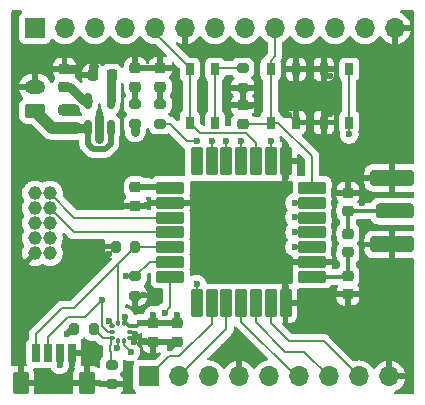
<source format=gtl>
G04 #@! TF.GenerationSoftware,KiCad,Pcbnew,9.0.0*
G04 #@! TF.CreationDate,2025-07-01T12:28:05-04:00*
G04 #@! TF.ProjectId,wio-e5-test,77696f2d-6535-42d7-9465-73742e6b6963,rev?*
G04 #@! TF.SameCoordinates,Original*
G04 #@! TF.FileFunction,Copper,L1,Top*
G04 #@! TF.FilePolarity,Positive*
%FSLAX46Y46*%
G04 Gerber Fmt 4.6, Leading zero omitted, Abs format (unit mm)*
G04 Created by KiCad (PCBNEW 9.0.0) date 2025-07-01 12:28:05*
%MOMM*%
%LPD*%
G01*
G04 APERTURE LIST*
G04 Aperture macros list*
%AMRoundRect*
0 Rectangle with rounded corners*
0 $1 Rounding radius*
0 $2 $3 $4 $5 $6 $7 $8 $9 X,Y pos of 4 corners*
0 Add a 4 corners polygon primitive as box body*
4,1,4,$2,$3,$4,$5,$6,$7,$8,$9,$2,$3,0*
0 Add four circle primitives for the rounded corners*
1,1,$1+$1,$2,$3*
1,1,$1+$1,$4,$5*
1,1,$1+$1,$6,$7*
1,1,$1+$1,$8,$9*
0 Add four rect primitives between the rounded corners*
20,1,$1+$1,$2,$3,$4,$5,0*
20,1,$1+$1,$4,$5,$6,$7,0*
20,1,$1+$1,$6,$7,$8,$9,0*
20,1,$1+$1,$8,$9,$2,$3,0*%
G04 Aperture macros list end*
G04 #@! TA.AperFunction,ComponentPad*
%ADD10C,1.168400*%
G04 #@! TD*
G04 #@! TA.AperFunction,ComponentPad*
%ADD11R,1.700000X1.700000*%
G04 #@! TD*
G04 #@! TA.AperFunction,ComponentPad*
%ADD12O,1.700000X1.700000*%
G04 #@! TD*
G04 #@! TA.AperFunction,SMDPad,CuDef*
%ADD13RoundRect,0.100000X1.050000X-0.400000X1.050000X0.400000X-1.050000X0.400000X-1.050000X-0.400000X0*%
G04 #@! TD*
G04 #@! TA.AperFunction,SMDPad,CuDef*
%ADD14RoundRect,0.100000X0.400000X1.050000X-0.400000X1.050000X-0.400000X-1.050000X0.400000X-1.050000X0*%
G04 #@! TD*
G04 #@! TA.AperFunction,SMDPad,CuDef*
%ADD15RoundRect,0.100000X-1.050000X0.400000X-1.050000X-0.400000X1.050000X-0.400000X1.050000X0.400000X0*%
G04 #@! TD*
G04 #@! TA.AperFunction,SMDPad,CuDef*
%ADD16RoundRect,0.100000X-0.400000X-1.050000X0.400000X-1.050000X0.400000X1.050000X-0.400000X1.050000X0*%
G04 #@! TD*
G04 #@! TA.AperFunction,SMDPad,CuDef*
%ADD17RoundRect,0.218750X0.256250X-0.218750X0.256250X0.218750X-0.256250X0.218750X-0.256250X-0.218750X0*%
G04 #@! TD*
G04 #@! TA.AperFunction,SMDPad,CuDef*
%ADD18RoundRect,0.200000X0.275000X-0.200000X0.275000X0.200000X-0.275000X0.200000X-0.275000X-0.200000X0*%
G04 #@! TD*
G04 #@! TA.AperFunction,SMDPad,CuDef*
%ADD19RoundRect,0.225000X0.225000X0.250000X-0.225000X0.250000X-0.225000X-0.250000X0.225000X-0.250000X0*%
G04 #@! TD*
G04 #@! TA.AperFunction,SMDPad,CuDef*
%ADD20RoundRect,0.225000X0.250000X-0.225000X0.250000X0.225000X-0.250000X0.225000X-0.250000X-0.225000X0*%
G04 #@! TD*
G04 #@! TA.AperFunction,SMDPad,CuDef*
%ADD21RoundRect,0.250000X1.350000X-0.385000X1.350000X0.385000X-1.350000X0.385000X-1.350000X-0.385000X0*%
G04 #@! TD*
G04 #@! TA.AperFunction,SMDPad,CuDef*
%ADD22RoundRect,0.250000X1.600000X-0.425000X1.600000X0.425000X-1.600000X0.425000X-1.600000X-0.425000X0*%
G04 #@! TD*
G04 #@! TA.AperFunction,SMDPad,CuDef*
%ADD23RoundRect,0.225000X-0.250000X0.225000X-0.250000X-0.225000X0.250000X-0.225000X0.250000X0.225000X0*%
G04 #@! TD*
G04 #@! TA.AperFunction,SMDPad,CuDef*
%ADD24RoundRect,0.200000X0.200000X0.275000X-0.200000X0.275000X-0.200000X-0.275000X0.200000X-0.275000X0*%
G04 #@! TD*
G04 #@! TA.AperFunction,SMDPad,CuDef*
%ADD25RoundRect,0.200000X-0.275000X0.200000X-0.275000X-0.200000X0.275000X-0.200000X0.275000X0.200000X0*%
G04 #@! TD*
G04 #@! TA.AperFunction,SMDPad,CuDef*
%ADD26RoundRect,0.066040X0.264160X0.708660X-0.264160X0.708660X-0.264160X-0.708660X0.264160X-0.708660X0*%
G04 #@! TD*
G04 #@! TA.AperFunction,SMDPad,CuDef*
%ADD27RoundRect,0.129540X0.518160X0.822960X-0.518160X0.822960X-0.518160X-0.822960X0.518160X-0.822960X0*%
G04 #@! TD*
G04 #@! TA.AperFunction,SMDPad,CuDef*
%ADD28R,0.711200X0.990600*%
G04 #@! TD*
G04 #@! TA.AperFunction,SMDPad,CuDef*
%ADD29RoundRect,0.218750X-0.256250X0.218750X-0.256250X-0.218750X0.256250X-0.218750X0.256250X0.218750X0*%
G04 #@! TD*
G04 #@! TA.AperFunction,SMDPad,CuDef*
%ADD30RoundRect,0.087500X-0.087500X0.125000X-0.087500X-0.125000X0.087500X-0.125000X0.087500X0.125000X0*%
G04 #@! TD*
G04 #@! TA.AperFunction,SMDPad,CuDef*
%ADD31RoundRect,0.087500X-0.125000X0.087500X-0.125000X-0.087500X0.125000X-0.087500X0.125000X0.087500X0*%
G04 #@! TD*
G04 #@! TA.AperFunction,SMDPad,CuDef*
%ADD32RoundRect,0.200000X-0.200000X-0.275000X0.200000X-0.275000X0.200000X0.275000X-0.200000X0.275000X0*%
G04 #@! TD*
G04 #@! TA.AperFunction,SMDPad,CuDef*
%ADD33RoundRect,0.150000X0.150000X-0.512500X0.150000X0.512500X-0.150000X0.512500X-0.150000X-0.512500X0*%
G04 #@! TD*
G04 #@! TA.AperFunction,ComponentPad*
%ADD34RoundRect,0.250000X-0.625000X0.350000X-0.625000X-0.350000X0.625000X-0.350000X0.625000X0.350000X0*%
G04 #@! TD*
G04 #@! TA.AperFunction,ComponentPad*
%ADD35O,1.750000X1.200000*%
G04 #@! TD*
G04 #@! TA.AperFunction,ViaPad*
%ADD36C,0.600000*%
G04 #@! TD*
G04 #@! TA.AperFunction,Conductor*
%ADD37C,0.500000*%
G04 #@! TD*
G04 #@! TA.AperFunction,Conductor*
%ADD38C,0.300000*%
G04 #@! TD*
G04 #@! TA.AperFunction,Conductor*
%ADD39C,0.200000*%
G04 #@! TD*
G04 #@! TA.AperFunction,Conductor*
%ADD40C,0.750000*%
G04 #@! TD*
G04 #@! TA.AperFunction,Conductor*
%ADD41C,1.000000*%
G04 #@! TD*
G04 #@! TA.AperFunction,Conductor*
%ADD42C,0.350000*%
G04 #@! TD*
G04 APERTURE END LIST*
D10*
G04 #@! TO.P,J3,1,VTref*
G04 #@! TO.N,+3V3*
X140000000Y-139000000D03*
G04 #@! TO.P,J3,2,SWDIO/TMS*
G04 #@! TO.N,/SWDIO*
X141270000Y-139000000D03*
G04 #@! TO.P,J3,3,GND*
G04 #@! TO.N,GND*
X140000000Y-140270000D03*
G04 #@! TO.P,J3,4,SWCLK/TCK*
G04 #@! TO.N,/SWCLK*
X141270000Y-140270000D03*
G04 #@! TO.P,J3,5,GND*
G04 #@! TO.N,GND*
X140000000Y-141540000D03*
G04 #@! TO.P,J3,6,SWO/TDO*
G04 #@! TO.N,/SWO*
X141270000Y-141540000D03*
G04 #@! TO.P,J3,7,KEY*
G04 #@! TO.N,unconnected-(J3-KEY-Pad7)*
X140000000Y-142810000D03*
G04 #@! TO.P,J3,8,NC/TDI*
G04 #@! TO.N,unconnected-(J3-NC{slash}TDI-Pad8)*
X141270000Y-142810000D03*
G04 #@! TO.P,J3,9,GNDDetect*
G04 #@! TO.N,GND*
X140000000Y-144080000D03*
G04 #@! TO.P,J3,10,~{RESET}*
G04 #@! TO.N,/~{RST}*
X141270000Y-144080000D03*
G04 #@! TD*
D11*
G04 #@! TO.P,J7,1,Pin_1*
G04 #@! TO.N,/UART1_RX*
X149660000Y-154500000D03*
D12*
G04 #@! TO.P,J7,2,Pin_2*
G04 #@! TO.N,/UART1_TX*
X152200000Y-154500000D03*
G04 #@! TO.P,J7,3,Pin_3*
G04 #@! TO.N,/~{RST}*
X154740000Y-154500000D03*
G04 #@! TO.P,J7,4,Pin_4*
G04 #@! TO.N,GND*
X157280000Y-154500000D03*
G04 #@! TO.P,J7,5,Pin_5*
G04 #@! TO.N,+3V3*
X159820000Y-154500000D03*
G04 #@! TO.P,J7,6,Pin_6*
G04 #@! TO.N,/PB5*
X162360000Y-154500000D03*
G04 #@! TO.P,J7,7,Pin_7*
G04 #@! TO.N,/PC1*
X164900000Y-154500000D03*
G04 #@! TO.P,J7,8,Pin_8*
G04 #@! TO.N,/PC0*
X167440000Y-154500000D03*
G04 #@! TO.P,J7,9,Pin_9*
G04 #@! TO.N,GND*
X169980000Y-154500000D03*
G04 #@! TD*
D13*
G04 #@! TO.P,U3,1,VCC*
G04 #@! TO.N,+3V3*
X151467500Y-138545000D03*
G04 #@! TO.P,U3,2,GND*
G04 #@! TO.N,GND*
X151467500Y-139795000D03*
G04 #@! TO.P,U3,3,PA13*
G04 #@! TO.N,/SWDIO*
X151467500Y-141045000D03*
G04 #@! TO.P,U3,4,PA14*
G04 #@! TO.N,/SWCLK*
X151467500Y-142295000D03*
G04 #@! TO.P,U3,5,PB15*
G04 #@! TO.N,/I2C2_SCL*
X151467500Y-143545000D03*
G04 #@! TO.P,U3,6,PA15*
G04 #@! TO.N,/I2C2_SDA*
X151467500Y-144795000D03*
G04 #@! TO.P,U3,7,PB4*
G04 #@! TO.N,/LPS22_INT*
X151467500Y-146045000D03*
D14*
G04 #@! TO.P,U3,8,PB3*
G04 #@! TO.N,/SWO*
X153717500Y-148295000D03*
G04 #@! TO.P,U3,9,PB7*
G04 #@! TO.N,/UART1_RX*
X154967500Y-148295000D03*
G04 #@! TO.P,U3,10,PB6*
G04 #@! TO.N,/UART1_TX*
X156217500Y-148295000D03*
G04 #@! TO.P,U3,11,PB5*
G04 #@! TO.N,/PB5*
X157467500Y-148295000D03*
G04 #@! TO.P,U3,12,PC1*
G04 #@! TO.N,/PC1*
X158717500Y-148295000D03*
G04 #@! TO.P,U3,13,PC0*
G04 #@! TO.N,/PC0*
X159967500Y-148295000D03*
G04 #@! TO.P,U3,14,GND*
G04 #@! TO.N,GND*
X161217500Y-148295000D03*
D15*
G04 #@! TO.P,U3,15,RFIO*
G04 #@! TO.N,Net-(U3-RFIO)*
X163467500Y-146045000D03*
G04 #@! TO.P,U3,16,GND*
G04 #@! TO.N,GND*
X163467500Y-144795000D03*
G04 #@! TO.P,U3,17,~{RST}*
G04 #@! TO.N,/~{RST}*
X163467500Y-143545000D03*
G04 #@! TO.P,U3,18,PA3*
G04 #@! TO.N,/PA3*
X163467500Y-142295000D03*
G04 #@! TO.P,U3,19,PA2*
G04 #@! TO.N,/PA2*
X163467500Y-141045000D03*
G04 #@! TO.P,U3,20,PB10*
G04 #@! TO.N,/PB10*
X163467500Y-139795000D03*
G04 #@! TO.P,U3,21,PA9*
G04 #@! TO.N,/PA9*
X163467500Y-138545000D03*
D16*
G04 #@! TO.P,U3,22,GND*
G04 #@! TO.N,GND*
X161217500Y-136295000D03*
G04 #@! TO.P,U3,23,PA0*
G04 #@! TO.N,/PA0*
X159967500Y-136295000D03*
G04 #@! TO.P,U3,24,PB13*
G04 #@! TO.N,/BOOT*
X158717500Y-136295000D03*
G04 #@! TO.P,U3,25,PB9*
G04 #@! TO.N,/PB9*
X157467500Y-136295000D03*
G04 #@! TO.P,U3,26,PB14*
G04 #@! TO.N,/PB14*
X156217500Y-136295000D03*
G04 #@! TO.P,U3,27,PA10*
G04 #@! TO.N,/PA10*
X154967500Y-136295000D03*
G04 #@! TO.P,U3,28,PB0*
G04 #@! TO.N,unconnected-(U3-PB0-Pad28)*
X153717500Y-136295000D03*
G04 #@! TD*
D17*
G04 #@! TO.P,L1,1*
G04 #@! TO.N,Net-(U3-RFIO)*
X166500000Y-144000000D03*
G04 #@! TO.P,L1,2*
G04 #@! TO.N,Net-(J5-In)*
X166500000Y-142425000D03*
G04 #@! TD*
D18*
G04 #@! TO.P,R5,1*
G04 #@! TO.N,/PA0*
X150600000Y-133100000D03*
G04 #@! TO.P,R5,2*
G04 #@! TO.N,Net-(D2-A)*
X150600000Y-131450000D03*
G04 #@! TD*
D19*
G04 #@! TO.P,C5,1*
G04 #@! TO.N,Net-(U1-BYP)*
X146500000Y-129000000D03*
G04 #@! TO.P,C5,2*
G04 #@! TO.N,GND*
X144950000Y-129000000D03*
G04 #@! TD*
D20*
G04 #@! TO.P,C8,1*
G04 #@! TO.N,Net-(J5-In)*
X166500000Y-140500000D03*
G04 #@! TO.P,C8,2*
G04 #@! TO.N,GND*
X166500000Y-138950000D03*
G04 #@! TD*
D21*
G04 #@! TO.P,J5,1,In*
G04 #@! TO.N,Net-(J5-In)*
X170500000Y-140500000D03*
D22*
G04 #@! TO.P,J5,2,Ext*
G04 #@! TO.N,GND*
X170250000Y-137675000D03*
X170250000Y-143325000D03*
G04 #@! TD*
D23*
G04 #@! TO.P,C1,1*
G04 #@! TO.N,+3V3*
X152000000Y-150000000D03*
G04 #@! TO.P,C1,2*
G04 #@! TO.N,GND*
X152000000Y-151550000D03*
G04 #@! TD*
D24*
G04 #@! TO.P,R7,1*
G04 #@! TO.N,/I2C2_SCL*
X148500000Y-143500000D03*
G04 #@! TO.P,R7,2*
G04 #@! TO.N,GND*
X146850000Y-143500000D03*
G04 #@! TD*
D25*
G04 #@! TO.P,R4,1*
G04 #@! TO.N,Net-(R4-Pad1)*
X157600000Y-128400000D03*
G04 #@! TO.P,R4,2*
G04 #@! TO.N,GND*
X157600000Y-130050000D03*
G04 #@! TD*
G04 #@! TO.P,R6,1*
G04 #@! TO.N,/I2C2_SDA*
X148500000Y-146000000D03*
G04 #@! TO.P,R6,2*
G04 #@! TO.N,GND*
X148500000Y-147650000D03*
G04 #@! TD*
D20*
G04 #@! TO.P,C4,1*
G04 #@! TO.N,+3V3*
X142500000Y-130000000D03*
G04 #@! TO.P,C4,2*
G04 #@! TO.N,GND*
X142500000Y-128450000D03*
G04 #@! TD*
D23*
G04 #@! TO.P,C6,1*
G04 #@! TO.N,+3V3*
X148500000Y-138500000D03*
G04 #@! TO.P,C6,2*
G04 #@! TO.N,GND*
X148500000Y-140050000D03*
G04 #@! TD*
D25*
G04 #@! TO.P,R3,1*
G04 #@! TO.N,Net-(U2-SA0)*
X146500000Y-153500000D03*
G04 #@! TO.P,R3,2*
G04 #@! TO.N,GND*
X146500000Y-155150000D03*
G04 #@! TD*
D26*
G04 #@! TO.P,J6,1,GND*
G04 #@! TO.N,GND*
X143100000Y-152500000D03*
G04 #@! TO.P,J6,2,3V3*
G04 #@! TO.N,+3V3*
X142099999Y-152500000D03*
G04 #@! TO.P,J6,3,SDA*
G04 #@! TO.N,/I2C2_SDA*
X141100001Y-152500000D03*
G04 #@! TO.P,J6,4,SCL*
G04 #@! TO.N,/I2C2_SCL*
X140100000Y-152500000D03*
D27*
G04 #@! TO.P,J6,5,EP*
G04 #@! TO.N,GND*
X144399999Y-155080000D03*
X138800001Y-155080000D03*
G04 #@! TD*
D28*
G04 #@! TO.P,SW2,1,1*
G04 #@! TO.N,/BOOT*
X153100000Y-133000000D03*
X153100000Y-128499998D03*
G04 #@! TO.P,SW2,2,2*
G04 #@! TO.N,Net-(R4-Pad1)*
X155249998Y-133000000D03*
X155249998Y-128499998D03*
G04 #@! TD*
G04 #@! TO.P,SW3,1,1*
G04 #@! TO.N,GND*
X162100000Y-128499998D03*
X162100000Y-133000000D03*
G04 #@! TO.P,SW3,2,2*
G04 #@! TO.N,/PA9*
X159950002Y-128499998D03*
X159950002Y-133000000D03*
G04 #@! TD*
D20*
G04 #@! TO.P,C9,1*
G04 #@! TO.N,/PA9*
X157600000Y-133100000D03*
G04 #@! TO.P,C9,2*
G04 #@! TO.N,GND*
X157600000Y-131550000D03*
G04 #@! TD*
D29*
G04 #@! TO.P,D2,1,K*
G04 #@! TO.N,GND*
X150600000Y-128400000D03*
G04 #@! TO.P,D2,2,A*
G04 #@! TO.N,Net-(D2-A)*
X150600000Y-129975000D03*
G04 #@! TD*
D20*
G04 #@! TO.P,C3,1*
G04 #@! TO.N,+BATT*
X142500000Y-133450000D03*
G04 #@! TO.P,C3,2*
G04 #@! TO.N,GND*
X142500000Y-131900000D03*
G04 #@! TD*
D30*
G04 #@! TO.P,U2,1,Vdd_IO*
G04 #@! TO.N,+3V3*
X147500000Y-150000000D03*
G04 #@! TO.P,U2,2,SCL*
G04 #@! TO.N,/I2C2_SCL*
X147000000Y-150000000D03*
D31*
G04 #@! TO.P,U2,3,GND*
G04 #@! TO.N,GND*
X146487500Y-150262500D03*
G04 #@! TO.P,U2,4,SDA*
G04 #@! TO.N,/I2C2_SDA*
X146487500Y-150762500D03*
G04 #@! TO.P,U2,5,SA0*
G04 #@! TO.N,Net-(U2-SA0)*
X146487500Y-151262500D03*
D30*
G04 #@! TO.P,U2,6,~{CS}*
G04 #@! TO.N,+3V3*
X147000000Y-151525000D03*
G04 #@! TO.P,U2,7,INT_DRDY*
G04 #@! TO.N,/LPS22_INT*
X147500000Y-151525000D03*
D31*
G04 #@! TO.P,U2,8,GND*
G04 #@! TO.N,GND*
X148012500Y-151262500D03*
G04 #@! TO.P,U2,9,GND*
X148012500Y-150762500D03*
G04 #@! TO.P,U2,10,VDD*
G04 #@! TO.N,+3V3*
X148012500Y-150262500D03*
G04 #@! TD*
D29*
G04 #@! TO.P,D1,1,K*
G04 #@! TO.N,GND*
X148500000Y-128400000D03*
G04 #@! TO.P,D1,2,A*
G04 #@! TO.N,Net-(D1-A)*
X148500000Y-129975000D03*
G04 #@! TD*
D32*
G04 #@! TO.P,R2,1*
G04 #@! TO.N,+3V3*
X143350000Y-150500000D03*
G04 #@! TO.P,R2,2*
G04 #@! TO.N,Net-(U2-SA0)*
X145000000Y-150500000D03*
G04 #@! TD*
D23*
G04 #@! TO.P,C2,1*
G04 #@! TO.N,+3V3*
X150000000Y-150000000D03*
G04 #@! TO.P,C2,2*
G04 #@! TO.N,GND*
X150000000Y-151550000D03*
G04 #@! TD*
D11*
G04 #@! TO.P,J4,1,Pin_1*
G04 #@! TO.N,+3V3*
X140000000Y-125000000D03*
D12*
G04 #@! TO.P,J4,2,Pin_2*
G04 #@! TO.N,/PA10*
X142540000Y-125000000D03*
G04 #@! TO.P,J4,3,Pin_3*
G04 #@! TO.N,/PB14*
X145080000Y-125000000D03*
G04 #@! TO.P,J4,4,Pin_4*
G04 #@! TO.N,/PB9*
X147620000Y-125000000D03*
G04 #@! TO.P,J4,5,Pin_5*
G04 #@! TO.N,/BOOT*
X150160000Y-125000000D03*
G04 #@! TO.P,J4,6,Pin_6*
G04 #@! TO.N,GND*
X152700000Y-125000000D03*
G04 #@! TO.P,J4,7,Pin_7*
G04 #@! TO.N,+3V3*
X155240000Y-125000000D03*
G04 #@! TO.P,J4,8,Pin_8*
G04 #@! TO.N,/PA0*
X157780000Y-125000000D03*
G04 #@! TO.P,J4,9,Pin_9*
G04 #@! TO.N,/PA9*
X160320000Y-125000000D03*
G04 #@! TO.P,J4,10,Pin_10*
G04 #@! TO.N,/PB10*
X162860000Y-125000000D03*
G04 #@! TO.P,J4,11,Pin_11*
G04 #@! TO.N,/PA2*
X165400000Y-125000000D03*
G04 #@! TO.P,J4,12,Pin_12*
G04 #@! TO.N,/PA3*
X167940000Y-125000000D03*
G04 #@! TO.P,J4,13,Pin_13*
G04 #@! TO.N,GND*
X170480000Y-125000000D03*
G04 #@! TD*
D33*
G04 #@! TO.P,U1,1,IN*
G04 #@! TO.N,+BATT*
X144500000Y-133450000D03*
G04 #@! TO.P,U1,2,GND*
G04 #@! TO.N,GND*
X145450000Y-133450000D03*
G04 #@! TO.P,U1,3,EN*
G04 #@! TO.N,+BATT*
X146400000Y-133450000D03*
G04 #@! TO.P,U1,4,BYP*
G04 #@! TO.N,Net-(U1-BYP)*
X146400000Y-131175000D03*
G04 #@! TO.P,U1,5,OUT*
G04 #@! TO.N,+3V3*
X144500000Y-131175000D03*
G04 #@! TD*
D28*
G04 #@! TO.P,SW1,1,1*
G04 #@! TO.N,GND*
X164450002Y-133000000D03*
X164450002Y-128499998D03*
G04 #@! TO.P,SW1,2,2*
G04 #@! TO.N,/~{RST}*
X166600000Y-133000000D03*
X166600000Y-128499998D03*
G04 #@! TD*
D18*
G04 #@! TO.P,R1,1*
G04 #@! TO.N,+3V3*
X148500000Y-133100000D03*
G04 #@! TO.P,R1,2*
G04 #@! TO.N,Net-(D1-A)*
X148500000Y-131450000D03*
G04 #@! TD*
D23*
G04 #@! TO.P,C7,1*
G04 #@! TO.N,Net-(U3-RFIO)*
X166500000Y-146000000D03*
G04 #@! TO.P,C7,2*
G04 #@! TO.N,GND*
X166500000Y-147550000D03*
G04 #@! TD*
D34*
G04 #@! TO.P,J1,1,Pin_1*
G04 #@! TO.N,+BATT*
X140000000Y-132000000D03*
D35*
G04 #@! TO.P,J1,2,Pin_2*
G04 #@! TO.N,GND*
X140000000Y-130000000D03*
G04 #@! TD*
D36*
G04 #@! TO.N,GND*
X160000000Y-145000000D03*
X140000000Y-149000000D03*
X140000000Y-147000000D03*
X142000000Y-147000000D03*
X144000000Y-145000000D03*
X142000000Y-135000000D03*
X140000000Y-135000000D03*
X140000000Y-137000000D03*
X142000000Y-137000000D03*
G04 #@! TO.N,+3V3*
X142700000Y-150900000D03*
G04 #@! TO.N,GND*
X147200000Y-155100000D03*
X138800000Y-153900000D03*
X144400000Y-153900000D03*
X143100000Y-153500000D03*
G04 #@! TO.N,+3V3*
X142100000Y-153500000D03*
G04 #@! TO.N,/I2C2_SDA*
X147700000Y-146000000D03*
X145700000Y-148000000D03*
G04 #@! TO.N,GND*
X144000000Y-139000000D03*
X146300000Y-144100000D03*
X152000000Y-135000000D03*
X170000000Y-128000000D03*
X144000000Y-137000000D03*
X151400000Y-152100000D03*
X168000000Y-128000000D03*
X165300000Y-142800000D03*
X165300000Y-144800000D03*
X171800000Y-151000000D03*
X168000000Y-149000000D03*
X152900000Y-139800000D03*
X167700000Y-139800000D03*
X167700000Y-141500000D03*
X156000000Y-143000000D03*
X171800000Y-145000000D03*
X168000000Y-134000000D03*
X158300000Y-131600000D03*
X162700000Y-147500000D03*
X145000000Y-128200000D03*
X164000000Y-149000000D03*
X170000000Y-149000000D03*
X156000000Y-139000000D03*
X165300000Y-141800000D03*
X171800000Y-136000000D03*
X156000000Y-145000000D03*
X167700000Y-146500000D03*
X167700000Y-147500000D03*
X165000000Y-129100000D03*
X171800000Y-132000000D03*
X162000000Y-148300000D03*
X145400000Y-132500000D03*
X160000000Y-143000000D03*
X167700000Y-137800000D03*
X165000000Y-132300000D03*
X154000000Y-145000000D03*
X156000000Y-141000000D03*
X170000000Y-147000000D03*
X149300000Y-151500000D03*
X165300000Y-139800000D03*
X168000000Y-136000000D03*
X161200000Y-134900000D03*
X146300000Y-149800000D03*
X145400000Y-134400000D03*
X171800000Y-130000000D03*
X158000000Y-145000000D03*
X158000000Y-141000000D03*
X166500000Y-137800000D03*
X158000000Y-152000000D03*
X161200000Y-146800000D03*
X168000000Y-130000000D03*
X170000000Y-145000000D03*
X148500000Y-127700000D03*
X171800000Y-149000000D03*
X154000000Y-143000000D03*
X149200000Y-147600000D03*
X168000000Y-151000000D03*
X162000000Y-144800000D03*
X150000000Y-137000000D03*
X165300000Y-143800000D03*
X148463958Y-150940647D03*
X165300000Y-147500000D03*
X154000000Y-139000000D03*
X171800000Y-128000000D03*
X149500000Y-140000000D03*
X167700000Y-144500000D03*
X146000000Y-137000000D03*
X150000000Y-135000000D03*
X165300000Y-137800000D03*
X161500000Y-132400000D03*
X150600000Y-127700000D03*
X166000000Y-151000000D03*
X167700000Y-143500000D03*
X166000000Y-136000000D03*
X168000000Y-132000000D03*
X167700000Y-138800000D03*
X143308853Y-131908853D03*
X167700000Y-142500000D03*
X170000000Y-151000000D03*
X171800000Y-147000000D03*
X170000000Y-134000000D03*
X154000000Y-141000000D03*
X160000000Y-141000000D03*
X158000000Y-139000000D03*
X164000000Y-147500000D03*
X167700000Y-145500000D03*
X165300000Y-140800000D03*
X171800000Y-134000000D03*
X148000000Y-137000000D03*
X165300000Y-138800000D03*
X152000000Y-137000000D03*
X148000000Y-135000000D03*
X170000000Y-132000000D03*
X143300000Y-128500000D03*
X161300000Y-145800000D03*
X146000000Y-139000000D03*
X166000000Y-149000000D03*
X170000000Y-136000000D03*
X156000000Y-152000000D03*
X160000000Y-139000000D03*
X156900000Y-130100000D03*
X148400000Y-151600000D03*
X161200000Y-137700000D03*
X161500000Y-128500000D03*
X170000000Y-130000000D03*
X158000000Y-143000000D03*
G04 #@! TO.N,+3V3*
X152000000Y-149300000D03*
X143500000Y-130500000D03*
X149500000Y-138500000D03*
X150000000Y-149300000D03*
X148900000Y-150000000D03*
X146985504Y-152108698D03*
X148500000Y-133800000D03*
X147600000Y-149500000D03*
G04 #@! TO.N,+BATT*
X143500000Y-133450000D03*
G04 #@! TO.N,/~{RST}*
X166600000Y-134000000D03*
X162000000Y-143545000D03*
G04 #@! TO.N,/SWO*
X153717500Y-146700000D03*
G04 #@! TO.N,/PA2*
X162000000Y-141000000D03*
G04 #@! TO.N,/PB9*
X157467500Y-134600000D03*
G04 #@! TO.N,/PB10*
X162000000Y-139800000D03*
G04 #@! TO.N,/PB14*
X156217500Y-134600000D03*
G04 #@! TO.N,/PA3*
X162000000Y-142300000D03*
G04 #@! TO.N,/PA10*
X154967500Y-134600000D03*
G04 #@! TO.N,/PA0*
X159967500Y-134600000D03*
X153700000Y-134600000D03*
G04 #@! TO.N,/LPS22_INT*
X151000000Y-149100000D03*
X148100000Y-152400000D03*
G04 #@! TD*
D37*
G04 #@! TO.N,+3V3*
X143100000Y-150500000D02*
X142700000Y-150900000D01*
X143350000Y-150500000D02*
X143100000Y-150500000D01*
G04 #@! TO.N,GND*
X147150000Y-155150000D02*
X147200000Y-155100000D01*
X146500000Y-155150000D02*
X147150000Y-155150000D01*
X138800001Y-155080000D02*
X138800000Y-153900000D01*
X144399999Y-155080000D02*
X144400000Y-153900000D01*
X143100000Y-152500000D02*
X143100000Y-153500000D01*
G04 #@! TO.N,+3V3*
X142099999Y-152500000D02*
X142100000Y-153500000D01*
D38*
X147600000Y-149900000D02*
X147700000Y-150000000D01*
X147600000Y-149500000D02*
X147600000Y-149900000D01*
X148637500Y-150262500D02*
X148900000Y-150000000D01*
X148012500Y-150262500D02*
X148637500Y-150262500D01*
D39*
G04 #@! TO.N,GND*
X146300000Y-149800000D02*
X146487500Y-149987500D01*
X146487500Y-149987500D02*
X146487500Y-150262500D01*
G04 #@! TO.N,/I2C2_SCL*
X142300000Y-148700000D02*
X140100000Y-150900000D01*
X140100000Y-150900000D02*
X140100000Y-152500000D01*
X143300000Y-148700000D02*
X142300000Y-148700000D01*
X147000000Y-145000000D02*
X143300000Y-148700000D01*
G04 #@! TO.N,/I2C2_SDA*
X141100001Y-151199999D02*
X141100001Y-152500000D01*
X144200000Y-149500000D02*
X142800000Y-149500000D01*
X142800000Y-149500000D02*
X141100001Y-151199999D01*
X145700000Y-148000000D02*
X144200000Y-149500000D01*
X146223152Y-150762500D02*
X146487500Y-150762500D01*
X145700000Y-150239348D02*
X146223152Y-150762500D01*
X145700000Y-148000000D02*
X145700000Y-150239348D01*
G04 #@! TO.N,Net-(U2-SA0)*
X146384504Y-152357641D02*
X146400000Y-152373137D01*
X146400000Y-153400000D02*
X146500000Y-153500000D01*
X146384504Y-151859755D02*
X146384504Y-152357641D01*
X146400000Y-152373137D02*
X146400000Y-153400000D01*
X146400000Y-151844259D02*
X146384504Y-151859755D01*
X146487500Y-151262500D02*
X146400000Y-151350000D01*
X146400000Y-151350000D02*
X146400000Y-151844259D01*
G04 #@! TO.N,+3V3*
X147000000Y-152094202D02*
X147000000Y-151525000D01*
X146985504Y-152108698D02*
X147000000Y-152094202D01*
G04 #@! TO.N,Net-(U2-SA0)*
X145762500Y-151262500D02*
X146487500Y-151262500D01*
X145000000Y-150500000D02*
X145762500Y-151262500D01*
G04 #@! TO.N,/I2C2_SDA*
X148500000Y-146000000D02*
X147700000Y-146000000D01*
G04 #@! TO.N,GND*
X146300000Y-144100000D02*
X146850000Y-143550000D01*
X146850000Y-143550000D02*
X146850000Y-143500000D01*
G04 #@! TO.N,/I2C2_SCL*
X147000000Y-145000000D02*
X147000000Y-150000000D01*
X148500000Y-143500000D02*
X147000000Y-145000000D01*
G04 #@! TO.N,/SWCLK*
X151467500Y-142295000D02*
X143295000Y-142295000D01*
X143295000Y-142295000D02*
X141270000Y-140270000D01*
G04 #@! TO.N,/SWDIO*
X143315000Y-141045000D02*
X141270000Y-139000000D01*
X151467500Y-141045000D02*
X143315000Y-141045000D01*
D37*
G04 #@! TO.N,GND*
X161217500Y-146817500D02*
X161200000Y-146800000D01*
D39*
X164450002Y-128550002D02*
X164450002Y-128499998D01*
D37*
X149500000Y-140000000D02*
X149705000Y-139795000D01*
D39*
X164450002Y-132849998D02*
X164450002Y-133000000D01*
D37*
X150000000Y-151550000D02*
X149350000Y-151550000D01*
D40*
X143250000Y-128450000D02*
X143300000Y-128500000D01*
D37*
X165300000Y-144800000D02*
X164900000Y-144800000D01*
D39*
X148293584Y-150762500D02*
X148012500Y-150762500D01*
D37*
X161217500Y-136295000D02*
X161217500Y-134917500D01*
X161217500Y-134917500D02*
X161200000Y-134900000D01*
X164895000Y-144795000D02*
X163467500Y-144795000D01*
D39*
X157600000Y-130050000D02*
X156950000Y-130050000D01*
D37*
X161217500Y-148295000D02*
X161217500Y-146817500D01*
D40*
X145450000Y-134350000D02*
X145400000Y-134400000D01*
D37*
X149705000Y-139795000D02*
X151467500Y-139795000D01*
D40*
X145450000Y-132550000D02*
X145400000Y-132500000D01*
D39*
X148463958Y-150940647D02*
X148463958Y-150932874D01*
D37*
X164900000Y-144800000D02*
X164895000Y-144795000D01*
D40*
X145450000Y-133450000D02*
X145450000Y-134350000D01*
D39*
X161500002Y-128499998D02*
X162100000Y-128499998D01*
X161500000Y-128500000D02*
X161500002Y-128499998D01*
D41*
X143308853Y-131908853D02*
X143300000Y-131900000D01*
D39*
X156950000Y-130050000D02*
X156900000Y-130100000D01*
X157600000Y-131550000D02*
X158250000Y-131550000D01*
D37*
X151950000Y-151550000D02*
X152000000Y-151550000D01*
X151400000Y-152100000D02*
X151950000Y-151550000D01*
D40*
X144950000Y-129000000D02*
X144950000Y-128250000D01*
D37*
X151467500Y-139795000D02*
X152895000Y-139795000D01*
D39*
X162100000Y-133000000D02*
X161500000Y-132400000D01*
D37*
X150600000Y-128400000D02*
X150600000Y-127700000D01*
D39*
X148500000Y-147650000D02*
X149150000Y-147650000D01*
D37*
X161217500Y-137682500D02*
X161200000Y-137700000D01*
X161217500Y-136295000D02*
X161217500Y-137682500D01*
D39*
X165000000Y-129100000D02*
X164450002Y-128550002D01*
X148400000Y-151600000D02*
X148062500Y-151262500D01*
D37*
X148500000Y-128400000D02*
X148500000Y-127700000D01*
D39*
X158250000Y-131550000D02*
X158300000Y-131600000D01*
D37*
X148500000Y-140050000D02*
X149450000Y-140050000D01*
D41*
X143300000Y-131900000D02*
X142500000Y-131900000D01*
D37*
X152895000Y-139795000D02*
X152900000Y-139800000D01*
D39*
X149150000Y-147650000D02*
X149200000Y-147600000D01*
X148463958Y-150932874D02*
X148293584Y-150762500D01*
D37*
X161995000Y-148295000D02*
X162000000Y-148300000D01*
X162005000Y-144795000D02*
X162000000Y-144800000D01*
D40*
X144950000Y-128250000D02*
X145000000Y-128200000D01*
D39*
X148062500Y-151262500D02*
X148012500Y-151262500D01*
D40*
X142500000Y-128450000D02*
X143250000Y-128450000D01*
D37*
X163467500Y-144795000D02*
X162005000Y-144795000D01*
X149450000Y-140050000D02*
X149500000Y-140000000D01*
D39*
X165000000Y-132300000D02*
X164450002Y-132849998D01*
D40*
X145450000Y-133450000D02*
X145450000Y-132550000D01*
D37*
X161217500Y-148295000D02*
X161995000Y-148295000D01*
X149350000Y-151550000D02*
X149300000Y-151500000D01*
D40*
G04 #@! TO.N,+3V3*
X143500000Y-130500000D02*
X144175000Y-131175000D01*
D37*
X150000000Y-150000000D02*
X152000000Y-150000000D01*
X149500000Y-138500000D02*
X151422500Y-138500000D01*
D40*
X143000000Y-130000000D02*
X142500000Y-130000000D01*
D38*
X147962500Y-150262500D02*
X147700000Y-150000000D01*
D37*
X150000000Y-150000000D02*
X148900000Y-150000000D01*
D40*
X143500000Y-130500000D02*
X143000000Y-130000000D01*
D39*
X148012500Y-150262500D02*
X147962500Y-150262500D01*
D38*
X147500000Y-150000000D02*
X147700000Y-150000000D01*
D40*
X144175000Y-131175000D02*
X144500000Y-131175000D01*
D37*
X151422500Y-138500000D02*
X151467500Y-138545000D01*
X152000000Y-150000000D02*
X152000000Y-149300000D01*
X148500000Y-138500000D02*
X149500000Y-138500000D01*
D40*
X148500000Y-133100000D02*
X148500000Y-133800000D01*
D37*
X150000000Y-150000000D02*
X150000000Y-149300000D01*
G04 #@! TO.N,+BATT*
X144500000Y-134800000D02*
X144926000Y-135226000D01*
X144500000Y-133450000D02*
X144500000Y-134800000D01*
D41*
X141450000Y-133450000D02*
X142500000Y-133450000D01*
D37*
X146400000Y-134800000D02*
X146400000Y-133450000D01*
D41*
X140000000Y-132000000D02*
X141450000Y-133450000D01*
D37*
X145974000Y-135226000D02*
X146400000Y-134800000D01*
X144926000Y-135226000D02*
X145974000Y-135226000D01*
D40*
X143500000Y-133450000D02*
X144449000Y-133450000D01*
D41*
X142500000Y-133450000D02*
X143500000Y-133450000D01*
D40*
G04 #@! TO.N,Net-(U1-BYP)*
X146500000Y-129000000D02*
X146400000Y-129100000D01*
X146400000Y-129100000D02*
X146400000Y-131175000D01*
D42*
G04 #@! TO.N,Net-(U3-RFIO)*
X163467500Y-146045000D02*
X166455000Y-146045000D01*
X166500000Y-146000000D02*
X166500000Y-144000000D01*
X166455000Y-146045000D02*
X166500000Y-146000000D01*
G04 #@! TO.N,Net-(J5-In)*
X166500000Y-142425000D02*
X166500000Y-140500000D01*
X166500000Y-140500000D02*
X170500000Y-140500000D01*
D39*
G04 #@! TO.N,/PA9*
X159950002Y-128499998D02*
X159950002Y-127749998D01*
X159850002Y-133100000D02*
X159950002Y-133000000D01*
X159950002Y-127749998D02*
X160320000Y-127380000D01*
X163467500Y-138545000D02*
X163467500Y-135867500D01*
X160600000Y-133000000D02*
X159950002Y-133000000D01*
X160320000Y-127380000D02*
X160320000Y-125000000D01*
X159950002Y-128499998D02*
X159950002Y-133000000D01*
X163467500Y-135867500D02*
X160600000Y-133000000D01*
X157600000Y-133100000D02*
X159850002Y-133100000D01*
D37*
G04 #@! TO.N,Net-(D1-A)*
X148500000Y-129975000D02*
X148500000Y-131450000D01*
G04 #@! TO.N,Net-(D2-A)*
X150600000Y-129975000D02*
X150600000Y-131450000D01*
D39*
G04 #@! TO.N,/~{RST}*
X166600000Y-128499998D02*
X166600000Y-133000000D01*
X166600000Y-134000000D02*
X166600000Y-133000000D01*
X162000000Y-143545000D02*
X163467500Y-143545000D01*
G04 #@! TO.N,/UART1_TX*
X156217500Y-150482500D02*
X156217500Y-148295000D01*
X152200000Y-154500000D02*
X156217500Y-150482500D01*
G04 #@! TO.N,/UART1_RX*
X154967500Y-148295000D02*
X154967500Y-150032500D01*
X154967500Y-150032500D02*
X152200000Y-152800000D01*
X151360000Y-152800000D02*
X149660000Y-154500000D01*
X152200000Y-152800000D02*
X151360000Y-152800000D01*
G04 #@! TO.N,/SWO*
X153717500Y-146700000D02*
X153717500Y-148295000D01*
G04 #@! TO.N,/PA2*
X163467500Y-141045000D02*
X162045000Y-141045000D01*
X162045000Y-141045000D02*
X162000000Y-141000000D01*
G04 #@! TO.N,/PB9*
X157467500Y-134600000D02*
X157467500Y-136295000D01*
G04 #@! TO.N,/PC1*
X164900000Y-154500000D02*
X162800000Y-152400000D01*
X161200000Y-152400000D02*
X158717500Y-149917500D01*
X158717500Y-149917500D02*
X158717500Y-148295000D01*
X162800000Y-152400000D02*
X161200000Y-152400000D01*
G04 #@! TO.N,/PC0*
X167440000Y-154500000D02*
X164440000Y-151500000D01*
X164440000Y-151500000D02*
X161500000Y-151500000D01*
X159967500Y-149967500D02*
X159967500Y-148295000D01*
X161500000Y-151500000D02*
X159967500Y-149967500D01*
G04 #@! TO.N,/I2C2_SDA*
X149705000Y-144795000D02*
X148500000Y-146000000D01*
X151467500Y-144795000D02*
X149705000Y-144795000D01*
G04 #@! TO.N,/BOOT*
X158717500Y-134717500D02*
X157900000Y-133900000D01*
X153100000Y-133000000D02*
X153100000Y-128499998D01*
X153100000Y-128499998D02*
X153100000Y-128400000D01*
X158717500Y-136295000D02*
X158717500Y-134717500D01*
X157900000Y-133900000D02*
X154000000Y-133900000D01*
X154000000Y-133900000D02*
X153100000Y-133000000D01*
X153100000Y-128400000D02*
X150160000Y-125460000D01*
X150160000Y-125460000D02*
X150160000Y-125000000D01*
G04 #@! TO.N,/PB10*
X162005000Y-139795000D02*
X163467500Y-139795000D01*
X162000000Y-139800000D02*
X162005000Y-139795000D01*
G04 #@! TO.N,/PB14*
X156217500Y-134600000D02*
X156217500Y-136295000D01*
G04 #@! TO.N,/PB5*
X162100000Y-154500000D02*
X157467500Y-149867500D01*
X157467500Y-149867500D02*
X157467500Y-148295000D01*
X162360000Y-154500000D02*
X162100000Y-154500000D01*
G04 #@! TO.N,/PA3*
X163467500Y-142295000D02*
X162005000Y-142295000D01*
X162005000Y-142295000D02*
X162000000Y-142300000D01*
G04 #@! TO.N,/PA10*
X154967500Y-134600000D02*
X154967500Y-136295000D01*
G04 #@! TO.N,/I2C2_SCL*
X148545000Y-143545000D02*
X148500000Y-143500000D01*
X151467500Y-143545000D02*
X148545000Y-143545000D01*
G04 #@! TO.N,Net-(R4-Pad1)*
X155249998Y-128499998D02*
X155349996Y-128400000D01*
X155249998Y-133000000D02*
X155249998Y-128499998D01*
X155349996Y-128400000D02*
X157600000Y-128400000D01*
G04 #@! TO.N,/PA0*
X152900000Y-134600000D02*
X151400000Y-133100000D01*
X153700000Y-134600000D02*
X152900000Y-134600000D01*
X159967500Y-134600000D02*
X159967500Y-136295000D01*
X151400000Y-133100000D02*
X150600000Y-133100000D01*
G04 #@! TO.N,/LPS22_INT*
X148100000Y-152400000D02*
X147500000Y-151800000D01*
X147500000Y-151800000D02*
X147500000Y-151525000D01*
X151000000Y-149100000D02*
X151467500Y-148632500D01*
X151467500Y-148632500D02*
X151467500Y-146045000D01*
G04 #@! TD*
G04 #@! TA.AperFunction,Conductor*
G04 #@! TO.N,GND*
G36*
X138876936Y-123520185D02*
G01*
X138922691Y-123572989D01*
X138932635Y-123642147D01*
X138903610Y-123705703D01*
X138884208Y-123723766D01*
X138792455Y-123792452D01*
X138792452Y-123792455D01*
X138706206Y-123907664D01*
X138706202Y-123907671D01*
X138655908Y-124042517D01*
X138649501Y-124102116D01*
X138649500Y-124102135D01*
X138649500Y-125897870D01*
X138649501Y-125897876D01*
X138655908Y-125957483D01*
X138706202Y-126092328D01*
X138706206Y-126092335D01*
X138792452Y-126207544D01*
X138792455Y-126207547D01*
X138907664Y-126293793D01*
X138907671Y-126293797D01*
X139042517Y-126344091D01*
X139042516Y-126344091D01*
X139049444Y-126344835D01*
X139102127Y-126350500D01*
X140897872Y-126350499D01*
X140957483Y-126344091D01*
X141092331Y-126293796D01*
X141207546Y-126207546D01*
X141293796Y-126092331D01*
X141342810Y-125960916D01*
X141384681Y-125904984D01*
X141450145Y-125880566D01*
X141518418Y-125895417D01*
X141546673Y-125916569D01*
X141660213Y-126030109D01*
X141832179Y-126155048D01*
X141832181Y-126155049D01*
X141832184Y-126155051D01*
X142021588Y-126251557D01*
X142223757Y-126317246D01*
X142433713Y-126350500D01*
X142433714Y-126350500D01*
X142646286Y-126350500D01*
X142646287Y-126350500D01*
X142856243Y-126317246D01*
X143058412Y-126251557D01*
X143247816Y-126155051D01*
X143334138Y-126092335D01*
X143419786Y-126030109D01*
X143419788Y-126030106D01*
X143419792Y-126030104D01*
X143570104Y-125879792D01*
X143570106Y-125879788D01*
X143570109Y-125879786D01*
X143695048Y-125707820D01*
X143695047Y-125707820D01*
X143695051Y-125707816D01*
X143699514Y-125699054D01*
X143747488Y-125648259D01*
X143815308Y-125631463D01*
X143881444Y-125653999D01*
X143920486Y-125699056D01*
X143924951Y-125707820D01*
X144049890Y-125879786D01*
X144200213Y-126030109D01*
X144372179Y-126155048D01*
X144372181Y-126155049D01*
X144372184Y-126155051D01*
X144561588Y-126251557D01*
X144763757Y-126317246D01*
X144973713Y-126350500D01*
X144973714Y-126350500D01*
X145186286Y-126350500D01*
X145186287Y-126350500D01*
X145396243Y-126317246D01*
X145598412Y-126251557D01*
X145787816Y-126155051D01*
X145874138Y-126092335D01*
X145959786Y-126030109D01*
X145959788Y-126030106D01*
X145959792Y-126030104D01*
X146110104Y-125879792D01*
X146110106Y-125879788D01*
X146110109Y-125879786D01*
X146235048Y-125707820D01*
X146235047Y-125707820D01*
X146235051Y-125707816D01*
X146239514Y-125699054D01*
X146287488Y-125648259D01*
X146355308Y-125631463D01*
X146421444Y-125653999D01*
X146460486Y-125699056D01*
X146464951Y-125707820D01*
X146589890Y-125879786D01*
X146740213Y-126030109D01*
X146912179Y-126155048D01*
X146912181Y-126155049D01*
X146912184Y-126155051D01*
X147101588Y-126251557D01*
X147303757Y-126317246D01*
X147513713Y-126350500D01*
X147513714Y-126350500D01*
X147726286Y-126350500D01*
X147726287Y-126350500D01*
X147936243Y-126317246D01*
X148138412Y-126251557D01*
X148327816Y-126155051D01*
X148414138Y-126092335D01*
X148499786Y-126030109D01*
X148499788Y-126030106D01*
X148499792Y-126030104D01*
X148650104Y-125879792D01*
X148650106Y-125879788D01*
X148650109Y-125879786D01*
X148775048Y-125707820D01*
X148775047Y-125707820D01*
X148775051Y-125707816D01*
X148779514Y-125699054D01*
X148827488Y-125648259D01*
X148895308Y-125631463D01*
X148961444Y-125653999D01*
X149000486Y-125699056D01*
X149004951Y-125707820D01*
X149129890Y-125879786D01*
X149280213Y-126030109D01*
X149452179Y-126155048D01*
X149452181Y-126155049D01*
X149452184Y-126155051D01*
X149641588Y-126251557D01*
X149843757Y-126317246D01*
X150053713Y-126350500D01*
X150149903Y-126350500D01*
X150216942Y-126370185D01*
X150237584Y-126386819D01*
X151113888Y-127263123D01*
X151147373Y-127324446D01*
X151142389Y-127394138D01*
X151100517Y-127450071D01*
X151035053Y-127474488D01*
X151009374Y-127472695D01*
X151009318Y-127473245D01*
X150904150Y-127462500D01*
X150850000Y-127462500D01*
X150850000Y-128150000D01*
X151574999Y-128150000D01*
X151574999Y-128133364D01*
X151574998Y-128133347D01*
X151564255Y-128028181D01*
X151566136Y-128027988D01*
X151570657Y-127967576D01*
X151612712Y-127911780D01*
X151678257Y-127887579D01*
X151746480Y-127902656D01*
X151774376Y-127923611D01*
X152207581Y-128356816D01*
X152241066Y-128418139D01*
X152243900Y-128444497D01*
X152243900Y-129043168D01*
X152243901Y-129043174D01*
X152250308Y-129102781D01*
X152300602Y-129237626D01*
X152300603Y-129237627D01*
X152300604Y-129237629D01*
X152386854Y-129352844D01*
X152449810Y-129399972D01*
X152491682Y-129455905D01*
X152499500Y-129499239D01*
X152499500Y-132000757D01*
X152479815Y-132067796D01*
X152449812Y-132100023D01*
X152386852Y-132147155D01*
X152300606Y-132262364D01*
X152300602Y-132262371D01*
X152250308Y-132397217D01*
X152243901Y-132456816D01*
X152243900Y-132456827D01*
X152243900Y-132795303D01*
X152237661Y-132816548D01*
X152236082Y-132838637D01*
X152228009Y-132849420D01*
X152224215Y-132862342D01*
X152207481Y-132876841D01*
X152194210Y-132894570D01*
X152181589Y-132899277D01*
X152171411Y-132908097D01*
X152149493Y-132911248D01*
X152128746Y-132918987D01*
X152115585Y-132916124D01*
X152102253Y-132918041D01*
X152082109Y-132908841D01*
X152060473Y-132904135D01*
X152042747Y-132890866D01*
X152038697Y-132889016D01*
X152032219Y-132882984D01*
X151887590Y-132738355D01*
X151887588Y-132738352D01*
X151768717Y-132619481D01*
X151768716Y-132619480D01*
X151662400Y-132558099D01*
X151631785Y-132540423D01*
X151488144Y-132501934D01*
X151484430Y-132500682D01*
X151458898Y-132482811D01*
X151436647Y-132469247D01*
X151435776Y-132470119D01*
X151328338Y-132362681D01*
X151294853Y-132301358D01*
X151299837Y-132231666D01*
X151328336Y-132187320D01*
X151430472Y-132085185D01*
X151518478Y-131939606D01*
X151569086Y-131777196D01*
X151575500Y-131706616D01*
X151575500Y-131193384D01*
X151569086Y-131122804D01*
X151518478Y-130960394D01*
X151430472Y-130814815D01*
X151429099Y-130813442D01*
X151428415Y-130812189D01*
X151425843Y-130808906D01*
X151426388Y-130808478D01*
X151395612Y-130752124D01*
X151400591Y-130682432D01*
X151421525Y-130649916D01*
X151419803Y-130648554D01*
X151424275Y-130642896D01*
X151424281Y-130642891D01*
X151512549Y-130499787D01*
X151565436Y-130340185D01*
X151575500Y-130241674D01*
X151575500Y-129708326D01*
X151565436Y-129609815D01*
X151512549Y-129450213D01*
X151512545Y-129450207D01*
X151512544Y-129450204D01*
X151424283Y-129307112D01*
X151424280Y-129307108D01*
X151392000Y-129274828D01*
X151358515Y-129213505D01*
X151363499Y-129143813D01*
X151392000Y-129099466D01*
X151423885Y-129067580D01*
X151512091Y-128924577D01*
X151512093Y-128924572D01*
X151564942Y-128765083D01*
X151574999Y-128666650D01*
X151575000Y-128666637D01*
X151575000Y-128650000D01*
X149614459Y-128650000D01*
X149576356Y-128670805D01*
X149506664Y-128665819D01*
X149482050Y-128650000D01*
X148624000Y-128650000D01*
X148556961Y-128630315D01*
X148511206Y-128577511D01*
X148500000Y-128526000D01*
X148500000Y-128400000D01*
X148374000Y-128400000D01*
X148306961Y-128380315D01*
X148261206Y-128327511D01*
X148250000Y-128276000D01*
X148250000Y-127462500D01*
X148750000Y-127462500D01*
X148750000Y-128150000D01*
X149485540Y-128150000D01*
X149523638Y-128129195D01*
X149593330Y-128134178D01*
X149617950Y-128150000D01*
X150350000Y-128150000D01*
X150350000Y-127462500D01*
X150349999Y-127462499D01*
X150295864Y-127462500D01*
X150295847Y-127462501D01*
X150197415Y-127472557D01*
X150037927Y-127525406D01*
X150037922Y-127525408D01*
X149894919Y-127613614D01*
X149776114Y-127732419D01*
X149687908Y-127875422D01*
X149687906Y-127875427D01*
X149667706Y-127936388D01*
X149627933Y-127993833D01*
X149563417Y-128020656D01*
X149494641Y-128008341D01*
X149443442Y-127960798D01*
X149432294Y-127936388D01*
X149412093Y-127875427D01*
X149412091Y-127875422D01*
X149323885Y-127732419D01*
X149205080Y-127613614D01*
X149062077Y-127525408D01*
X149062072Y-127525406D01*
X148902583Y-127472557D01*
X148804150Y-127462500D01*
X148750000Y-127462500D01*
X148250000Y-127462500D01*
X148249999Y-127462499D01*
X148195864Y-127462500D01*
X148195847Y-127462501D01*
X148097415Y-127472557D01*
X147937927Y-127525406D01*
X147937922Y-127525408D01*
X147794919Y-127613614D01*
X147676114Y-127732419D01*
X147587908Y-127875422D01*
X147587906Y-127875427D01*
X147535057Y-128034916D01*
X147525000Y-128133349D01*
X147525000Y-128227795D01*
X147505315Y-128294834D01*
X147452511Y-128340589D01*
X147383353Y-128350533D01*
X147319797Y-128321508D01*
X147303218Y-128302014D01*
X147302449Y-128302623D01*
X147297967Y-128296955D01*
X147178044Y-128177032D01*
X147178040Y-128177029D01*
X147033705Y-128088001D01*
X147033699Y-128087998D01*
X147033697Y-128087997D01*
X147001693Y-128077392D01*
X146872709Y-128034651D01*
X146773346Y-128024500D01*
X146226662Y-128024500D01*
X146226644Y-128024501D01*
X146127292Y-128034650D01*
X146127289Y-128034651D01*
X145966305Y-128087996D01*
X145966294Y-128088001D01*
X145821959Y-128177029D01*
X145821953Y-128177033D01*
X145812324Y-128186663D01*
X145751000Y-128220146D01*
X145681308Y-128215159D01*
X145636965Y-128186660D01*
X145627732Y-128177427D01*
X145627728Y-128177424D01*
X145483492Y-128088457D01*
X145483481Y-128088452D01*
X145322606Y-128035144D01*
X145223322Y-128025000D01*
X145200000Y-128025000D01*
X145200000Y-128876000D01*
X145180315Y-128943039D01*
X145127511Y-128988794D01*
X145076000Y-129000000D01*
X144950000Y-129000000D01*
X144950000Y-129126000D01*
X144930315Y-129193039D01*
X144877511Y-129238794D01*
X144826000Y-129250000D01*
X144000001Y-129250000D01*
X144000001Y-129298322D01*
X144010144Y-129397608D01*
X144031117Y-129460902D01*
X144033518Y-129530730D01*
X143997786Y-129590772D01*
X143935266Y-129621964D01*
X143865806Y-129614403D01*
X143825730Y-129587586D01*
X143558102Y-129319957D01*
X143558098Y-129319954D01*
X143409640Y-129220757D01*
X143410700Y-129219169D01*
X143367181Y-129176412D01*
X143351727Y-129108273D01*
X143369946Y-129050928D01*
X143411544Y-128983488D01*
X143411547Y-128983481D01*
X143464855Y-128822606D01*
X143474999Y-128723322D01*
X143475000Y-128723309D01*
X143475000Y-128701677D01*
X144000000Y-128701677D01*
X144000000Y-128750000D01*
X144700000Y-128750000D01*
X144700000Y-128024999D01*
X144676693Y-128025000D01*
X144676674Y-128025001D01*
X144577392Y-128035144D01*
X144416518Y-128088452D01*
X144416507Y-128088457D01*
X144272271Y-128177424D01*
X144272267Y-128177427D01*
X144152427Y-128297267D01*
X144152424Y-128297271D01*
X144063457Y-128441507D01*
X144063452Y-128441518D01*
X144010144Y-128602393D01*
X144000000Y-128701677D01*
X143475000Y-128701677D01*
X143475000Y-128700000D01*
X141525001Y-128700000D01*
X141525001Y-128723322D01*
X141535144Y-128822607D01*
X141588452Y-128983481D01*
X141588457Y-128983492D01*
X141677424Y-129127728D01*
X141677427Y-129127732D01*
X141686660Y-129136965D01*
X141720145Y-129198288D01*
X141715161Y-129267980D01*
X141686663Y-129312324D01*
X141677033Y-129321953D01*
X141677029Y-129321959D01*
X141588001Y-129466294D01*
X141587997Y-129466303D01*
X141540341Y-129610118D01*
X141500568Y-129667562D01*
X141436052Y-129694385D01*
X141367276Y-129682070D01*
X141316076Y-129634526D01*
X141304704Y-129609430D01*
X141294409Y-129577746D01*
X141215804Y-129423475D01*
X141114032Y-129283397D01*
X140991602Y-129160967D01*
X140851524Y-129059195D01*
X140697257Y-128980591D01*
X140532584Y-128927085D01*
X140361571Y-128900000D01*
X140250000Y-128900000D01*
X140250000Y-129719670D01*
X140230255Y-129699925D01*
X140144745Y-129650556D01*
X140049370Y-129625000D01*
X139950630Y-129625000D01*
X139855255Y-129650556D01*
X139769745Y-129699925D01*
X139750000Y-129719670D01*
X139750000Y-128900000D01*
X139638429Y-128900000D01*
X139467415Y-128927085D01*
X139302742Y-128980591D01*
X139148475Y-129059195D01*
X139008397Y-129160967D01*
X138885967Y-129283397D01*
X138784195Y-129423475D01*
X138705591Y-129577744D01*
X138652085Y-129742415D01*
X138650884Y-129749999D01*
X138650885Y-129750000D01*
X139719670Y-129750000D01*
X139699925Y-129769745D01*
X139650556Y-129855255D01*
X139625000Y-129950630D01*
X139625000Y-130049370D01*
X139650556Y-130144745D01*
X139699925Y-130230255D01*
X139719670Y-130250000D01*
X138650885Y-130250000D01*
X138652085Y-130257584D01*
X138705591Y-130422255D01*
X138784195Y-130576524D01*
X138885967Y-130716602D01*
X138993565Y-130824200D01*
X139027050Y-130885523D01*
X139022066Y-130955215D01*
X138980194Y-131011148D01*
X138970981Y-131017420D01*
X138906342Y-131057289D01*
X138782289Y-131181342D01*
X138690187Y-131330663D01*
X138690186Y-131330666D01*
X138635001Y-131497203D01*
X138635001Y-131497204D01*
X138635000Y-131497204D01*
X138624500Y-131599983D01*
X138624500Y-132400001D01*
X138624501Y-132400019D01*
X138635000Y-132502796D01*
X138635001Y-132502799D01*
X138673666Y-132619480D01*
X138690186Y-132669334D01*
X138782288Y-132818656D01*
X138906344Y-132942712D01*
X139055666Y-133034814D01*
X139222203Y-133089999D01*
X139324991Y-133100500D01*
X139634217Y-133100499D01*
X139701256Y-133120183D01*
X139721898Y-133136818D01*
X140812215Y-134227137D01*
X140812219Y-134227140D01*
X140976079Y-134336628D01*
X140976088Y-134336633D01*
X141048217Y-134366510D01*
X141158165Y-134412052D01*
X141319389Y-134444121D01*
X141351457Y-134450499D01*
X141351458Y-134450500D01*
X141351459Y-134450500D01*
X143598542Y-134450500D01*
X143601307Y-134449950D01*
X143602785Y-134450082D01*
X143604606Y-134449903D01*
X143604639Y-134450248D01*
X143670899Y-134456177D01*
X143726077Y-134499039D01*
X143749322Y-134564929D01*
X143749500Y-134571567D01*
X143749500Y-134873918D01*
X143749500Y-134873920D01*
X143749499Y-134873920D01*
X143778340Y-135018907D01*
X143778343Y-135018917D01*
X143834913Y-135155489D01*
X143834914Y-135155491D01*
X143834916Y-135155495D01*
X143837644Y-135159577D01*
X143848930Y-135176468D01*
X143848929Y-135176468D01*
X143917046Y-135278414D01*
X143917052Y-135278421D01*
X144447584Y-135808952D01*
X144447586Y-135808954D01*
X144477058Y-135828645D01*
X144521270Y-135858186D01*
X144570505Y-135891084D01*
X144570506Y-135891084D01*
X144570507Y-135891085D01*
X144570509Y-135891086D01*
X144707082Y-135947656D01*
X144707087Y-135947658D01*
X144707091Y-135947658D01*
X144707092Y-135947659D01*
X144852079Y-135976500D01*
X144852082Y-135976500D01*
X146047920Y-135976500D01*
X146145462Y-135957096D01*
X146192913Y-135947658D01*
X146329495Y-135891084D01*
X146378729Y-135858186D01*
X146378734Y-135858183D01*
X146403071Y-135841921D01*
X146452416Y-135808952D01*
X146982952Y-135278416D01*
X147051072Y-135176465D01*
X147065084Y-135155495D01*
X147121658Y-135018913D01*
X147150500Y-134873918D01*
X147150500Y-134244828D01*
X147155424Y-134210233D01*
X147197597Y-134065073D01*
X147197598Y-134065067D01*
X147200500Y-134028194D01*
X147200500Y-132871806D01*
X147197598Y-132834931D01*
X147195191Y-132826647D01*
X147161505Y-132710699D01*
X147151744Y-132677102D01*
X147068081Y-132535635D01*
X147068079Y-132535633D01*
X147068076Y-132535629D01*
X146951870Y-132419423D01*
X146951867Y-132419421D01*
X146951865Y-132419419D01*
X146951549Y-132419232D01*
X146951353Y-132419022D01*
X146945702Y-132414639D01*
X146946409Y-132413727D01*
X146903866Y-132368164D01*
X146891362Y-132299423D01*
X146918006Y-132234833D01*
X146945921Y-132210644D01*
X146945702Y-132210361D01*
X146950911Y-132206320D01*
X146951550Y-132205767D01*
X146951865Y-132205581D01*
X147068081Y-132089365D01*
X147151744Y-131947898D01*
X147197598Y-131790069D01*
X147200500Y-131753194D01*
X147200500Y-131554878D01*
X147209939Y-131507425D01*
X147214173Y-131497203D01*
X147241855Y-131430374D01*
X147275500Y-131261229D01*
X147275500Y-129774559D01*
X147280583Y-129757247D01*
X147280647Y-129739204D01*
X147292656Y-129716129D01*
X147294610Y-129709475D01*
X147294169Y-129709203D01*
X147294954Y-129707930D01*
X147295104Y-129707794D01*
X147295185Y-129707520D01*
X147295422Y-129707151D01*
X147296422Y-129705607D01*
X147299521Y-129702940D01*
X147302358Y-129697491D01*
X147302573Y-129697220D01*
X147304444Y-129698704D01*
X147321903Y-129683684D01*
X147346897Y-129661199D01*
X147348306Y-129660969D01*
X147349388Y-129660039D01*
X147382682Y-129655372D01*
X147415858Y-129649970D01*
X147417166Y-129650538D01*
X147418581Y-129650340D01*
X147449123Y-129664419D01*
X147479943Y-129677806D01*
X147480736Y-129678992D01*
X147482034Y-129679590D01*
X147500118Y-129707949D01*
X147518806Y-129735871D01*
X147519085Y-129737694D01*
X147519600Y-129738501D01*
X147519591Y-129740993D01*
X147524500Y-129773015D01*
X147524500Y-130241681D01*
X147534563Y-130340183D01*
X147587450Y-130499784D01*
X147587455Y-130499795D01*
X147675716Y-130642887D01*
X147680197Y-130648554D01*
X147677702Y-130650526D01*
X147704389Y-130699399D01*
X147699405Y-130769091D01*
X147673930Y-130808728D01*
X147674157Y-130808906D01*
X147672261Y-130811325D01*
X147670904Y-130813438D01*
X147669531Y-130814810D01*
X147669530Y-130814811D01*
X147581522Y-130960393D01*
X147530913Y-131122807D01*
X147525953Y-131177392D01*
X147524500Y-131193384D01*
X147524500Y-131706616D01*
X147526423Y-131727778D01*
X147530913Y-131777192D01*
X147530913Y-131777194D01*
X147530914Y-131777196D01*
X147581522Y-131939606D01*
X147644684Y-132044089D01*
X147669530Y-132085188D01*
X147771661Y-132187319D01*
X147805146Y-132248642D01*
X147800162Y-132318334D01*
X147771661Y-132362681D01*
X147669531Y-132464810D01*
X147669530Y-132464811D01*
X147581522Y-132610393D01*
X147530913Y-132772807D01*
X147528869Y-132795303D01*
X147524932Y-132838637D01*
X147524500Y-132843386D01*
X147524500Y-133356613D01*
X147530913Y-133427192D01*
X147530913Y-133427194D01*
X147530914Y-133427196D01*
X147581522Y-133589606D01*
X147581523Y-133589607D01*
X147581524Y-133589611D01*
X147606616Y-133631116D01*
X147624500Y-133695267D01*
X147624500Y-133886233D01*
X147658143Y-134055366D01*
X147658146Y-134055378D01*
X147724138Y-134214698D01*
X147724145Y-134214711D01*
X147819954Y-134358098D01*
X147819957Y-134358102D01*
X147941897Y-134480042D01*
X147941901Y-134480045D01*
X148085288Y-134575854D01*
X148085301Y-134575861D01*
X148244621Y-134641853D01*
X148244626Y-134641855D01*
X148413766Y-134675499D01*
X148413769Y-134675500D01*
X148413771Y-134675500D01*
X148586231Y-134675500D01*
X148586232Y-134675499D01*
X148755374Y-134641855D01*
X148914705Y-134575858D01*
X149058099Y-134480045D01*
X149180045Y-134358099D01*
X149275858Y-134214705D01*
X149341855Y-134055374D01*
X149375500Y-133886229D01*
X149375500Y-133695267D01*
X149377764Y-133684826D01*
X149376741Y-133677766D01*
X149383258Y-133659496D01*
X149386644Y-133643890D01*
X149389639Y-133637309D01*
X149418478Y-133589606D01*
X149433926Y-133540027D01*
X149437144Y-133532961D01*
X149455117Y-133512168D01*
X149470352Y-133489300D01*
X149477636Y-133486117D01*
X149482836Y-133480102D01*
X149509196Y-133472327D01*
X149534377Y-133461326D01*
X149542226Y-133462586D01*
X149549852Y-133460338D01*
X149576226Y-133468048D01*
X149603362Y-133472407D01*
X149609284Y-133477712D01*
X149616915Y-133479943D01*
X149634936Y-133500691D01*
X149655405Y-133519026D01*
X149660441Y-133530053D01*
X149662733Y-133532692D01*
X149663238Y-133536178D01*
X149668384Y-133547446D01*
X149681522Y-133589606D01*
X149734817Y-133677766D01*
X149769530Y-133735188D01*
X149889811Y-133855469D01*
X149889813Y-133855470D01*
X149889815Y-133855472D01*
X150035394Y-133943478D01*
X150197804Y-133994086D01*
X150268384Y-134000500D01*
X150268387Y-134000500D01*
X150931613Y-134000500D01*
X150931616Y-134000500D01*
X151002196Y-133994086D01*
X151164606Y-133943478D01*
X151224587Y-133907217D01*
X151292141Y-133889381D01*
X151358615Y-133910898D01*
X151376418Y-133925653D01*
X152415139Y-134964374D01*
X152415149Y-134964385D01*
X152419479Y-134968715D01*
X152419480Y-134968716D01*
X152531284Y-135080520D01*
X152655001Y-135151947D01*
X152703215Y-135202512D01*
X152717000Y-135259333D01*
X152717000Y-137384359D01*
X152720187Y-137408567D01*
X152709418Y-137477602D01*
X152663036Y-137529855D01*
X152595766Y-137548738D01*
X152581061Y-137547686D01*
X152556861Y-137544500D01*
X150378136Y-137544500D01*
X150260746Y-137559953D01*
X150260737Y-137559956D01*
X150114660Y-137620463D01*
X150114659Y-137620464D01*
X149989218Y-137716718D01*
X149989216Y-137716720D01*
X149982771Y-137721666D01*
X149981130Y-137719528D01*
X149965827Y-137727884D01*
X149940009Y-137744477D01*
X149933808Y-137745368D01*
X149931432Y-137746666D01*
X149905074Y-137749500D01*
X149804604Y-137749500D01*
X149757155Y-137740062D01*
X149733497Y-137730263D01*
X149733493Y-137730262D01*
X149733488Y-137730260D01*
X149578845Y-137699500D01*
X149578842Y-137699500D01*
X149421158Y-137699500D01*
X149421156Y-137699500D01*
X149300501Y-137723500D01*
X149230909Y-137717273D01*
X149209664Y-137705054D01*
X149209191Y-137705823D01*
X149058705Y-137613001D01*
X149058699Y-137612998D01*
X149058697Y-137612997D01*
X149022809Y-137601105D01*
X148897709Y-137559651D01*
X148798346Y-137549500D01*
X148201662Y-137549500D01*
X148201644Y-137549501D01*
X148102292Y-137559650D01*
X148102289Y-137559651D01*
X147941305Y-137612996D01*
X147941294Y-137613001D01*
X147796959Y-137702029D01*
X147796955Y-137702032D01*
X147677032Y-137821955D01*
X147677029Y-137821959D01*
X147588001Y-137966294D01*
X147587996Y-137966305D01*
X147534651Y-138127290D01*
X147524500Y-138226647D01*
X147524500Y-138773337D01*
X147524501Y-138773355D01*
X147534650Y-138872707D01*
X147534651Y-138872710D01*
X147587996Y-139033694D01*
X147588001Y-139033705D01*
X147677029Y-139178040D01*
X147677032Y-139178044D01*
X147686660Y-139187672D01*
X147720145Y-139248995D01*
X147715161Y-139318687D01*
X147686663Y-139363031D01*
X147677428Y-139372265D01*
X147677424Y-139372271D01*
X147588457Y-139516507D01*
X147588452Y-139516518D01*
X147535144Y-139677393D01*
X147525000Y-139776677D01*
X147525000Y-139800000D01*
X149474999Y-139800000D01*
X149474999Y-139776692D01*
X149474998Y-139776677D01*
X149464855Y-139677392D01*
X149411547Y-139516518D01*
X149411544Y-139516512D01*
X149394943Y-139489598D01*
X149394617Y-139488410D01*
X149393718Y-139487569D01*
X149385424Y-139454814D01*
X149376502Y-139422206D01*
X149376871Y-139421030D01*
X149376569Y-139419837D01*
X149387296Y-139387809D01*
X149397423Y-139355542D01*
X149398368Y-139354752D01*
X149398760Y-139353585D01*
X149425113Y-139332430D01*
X149451065Y-139310772D01*
X149452600Y-139310367D01*
X149453248Y-139309848D01*
X149458577Y-139308793D01*
X149487462Y-139301185D01*
X149493950Y-139300500D01*
X149578842Y-139300500D01*
X149674862Y-139281400D01*
X149680481Y-139280807D01*
X149709511Y-139286102D01*
X149738900Y-139288732D01*
X149743494Y-139292301D01*
X149749217Y-139293345D01*
X149770775Y-139313493D01*
X149794077Y-139331595D01*
X149796012Y-139337080D01*
X149800263Y-139341053D01*
X149807506Y-139369660D01*
X149817322Y-139397484D01*
X149817500Y-139404122D01*
X149817500Y-139545000D01*
X150366452Y-139545000D01*
X150374563Y-139545266D01*
X150378130Y-139545498D01*
X150378139Y-139545500D01*
X152556860Y-139545499D01*
X152556864Y-139545499D01*
X152560418Y-139545266D01*
X152568530Y-139545000D01*
X153117499Y-139545000D01*
X153117499Y-139355677D01*
X153102055Y-139238370D01*
X153102054Y-139238365D01*
X153093663Y-139218106D01*
X153086194Y-139148637D01*
X153093664Y-139123199D01*
X153093935Y-139122545D01*
X153102544Y-139101762D01*
X153118000Y-138984361D01*
X153117999Y-138105640D01*
X153117998Y-138105636D01*
X153114813Y-138081436D01*
X153125579Y-138012401D01*
X153171960Y-137960146D01*
X153239229Y-137941261D01*
X153253919Y-137942311D01*
X153278139Y-137945500D01*
X154156860Y-137945499D01*
X154156861Y-137945499D01*
X154169094Y-137943888D01*
X154274262Y-137930044D01*
X154295045Y-137921434D01*
X154364514Y-137913965D01*
X154389953Y-137921434D01*
X154410738Y-137930044D01*
X154528139Y-137945500D01*
X155406860Y-137945499D01*
X155406861Y-137945499D01*
X155419094Y-137943888D01*
X155524262Y-137930044D01*
X155545045Y-137921434D01*
X155614514Y-137913965D01*
X155639953Y-137921434D01*
X155660738Y-137930044D01*
X155778139Y-137945500D01*
X156656860Y-137945499D01*
X156656861Y-137945499D01*
X156669094Y-137943888D01*
X156774262Y-137930044D01*
X156795045Y-137921434D01*
X156864514Y-137913965D01*
X156889953Y-137921434D01*
X156910738Y-137930044D01*
X157028139Y-137945500D01*
X157906860Y-137945499D01*
X157906861Y-137945499D01*
X157919094Y-137943888D01*
X158024262Y-137930044D01*
X158045045Y-137921434D01*
X158114514Y-137913965D01*
X158139953Y-137921434D01*
X158160738Y-137930044D01*
X158278139Y-137945500D01*
X159156860Y-137945499D01*
X159156861Y-137945499D01*
X159169094Y-137943888D01*
X159274262Y-137930044D01*
X159295045Y-137921434D01*
X159364514Y-137913965D01*
X159389953Y-137921434D01*
X159410738Y-137930044D01*
X159528139Y-137945500D01*
X160406860Y-137945499D01*
X160406861Y-137945499D01*
X160420518Y-137943701D01*
X160524262Y-137930044D01*
X160545698Y-137921164D01*
X160615165Y-137913693D01*
X160640605Y-137921163D01*
X160660867Y-137929555D01*
X160660864Y-137929555D01*
X160778176Y-137944999D01*
X160967499Y-137944999D01*
X160967500Y-137944998D01*
X160967500Y-137396050D01*
X160967765Y-137387941D01*
X160967997Y-137384381D01*
X160968000Y-137384361D01*
X160967999Y-135205640D01*
X160967999Y-135205639D01*
X160967999Y-135205635D01*
X160967766Y-135202082D01*
X160967500Y-135193970D01*
X160967500Y-134645000D01*
X160892000Y-134645000D01*
X160824961Y-134625315D01*
X160779206Y-134572511D01*
X160769336Y-134527145D01*
X160768597Y-134527218D01*
X160768000Y-134521163D01*
X160768000Y-134521158D01*
X160737237Y-134366503D01*
X160707074Y-134293684D01*
X160699606Y-134224216D01*
X160730881Y-134161737D01*
X160790970Y-134126085D01*
X160860795Y-134128579D01*
X160909317Y-134158552D01*
X161431181Y-134680416D01*
X161464666Y-134741739D01*
X161467500Y-134768097D01*
X161467500Y-136045000D01*
X162217499Y-136045000D01*
X162217499Y-135766096D01*
X162237184Y-135699057D01*
X162289988Y-135653302D01*
X162359146Y-135643358D01*
X162422702Y-135672383D01*
X162429180Y-135678415D01*
X162830681Y-136079916D01*
X162864166Y-136141239D01*
X162867000Y-136167597D01*
X162867000Y-137420500D01*
X162847315Y-137487539D01*
X162794511Y-137533294D01*
X162743000Y-137544500D01*
X162378141Y-137544500D01*
X162353419Y-137547755D01*
X162284384Y-137536987D01*
X162232130Y-137490605D01*
X162213247Y-137423335D01*
X162214299Y-137408625D01*
X162217499Y-137384320D01*
X162217500Y-137384316D01*
X162217500Y-136545000D01*
X161467500Y-136545000D01*
X161467500Y-137944999D01*
X161656823Y-137944999D01*
X161681129Y-137941799D01*
X161750164Y-137952565D01*
X161802420Y-137998945D01*
X161821305Y-138066213D01*
X161820254Y-138080920D01*
X161817001Y-138105637D01*
X161817000Y-138105641D01*
X161817000Y-138926491D01*
X161797315Y-138993530D01*
X161744511Y-139039285D01*
X161740453Y-139041052D01*
X161620824Y-139090604D01*
X161620814Y-139090609D01*
X161489711Y-139178210D01*
X161489707Y-139178213D01*
X161378213Y-139289707D01*
X161378210Y-139289711D01*
X161290609Y-139420814D01*
X161290602Y-139420827D01*
X161230264Y-139566498D01*
X161230261Y-139566510D01*
X161199500Y-139721153D01*
X161199500Y-139878846D01*
X161230261Y-140033489D01*
X161230264Y-140033501D01*
X161290602Y-140179172D01*
X161290609Y-140179185D01*
X161378210Y-140310288D01*
X161378213Y-140310292D01*
X161380240Y-140312319D01*
X161380962Y-140313642D01*
X161382076Y-140314999D01*
X161381818Y-140315210D01*
X161413725Y-140373642D01*
X161408741Y-140443334D01*
X161382001Y-140484939D01*
X161382076Y-140485001D01*
X161381552Y-140485639D01*
X161380240Y-140487681D01*
X161378213Y-140489707D01*
X161378210Y-140489711D01*
X161290609Y-140620814D01*
X161290602Y-140620827D01*
X161230264Y-140766498D01*
X161230261Y-140766510D01*
X161199500Y-140921153D01*
X161199500Y-141078846D01*
X161230261Y-141233489D01*
X161230264Y-141233501D01*
X161290602Y-141379172D01*
X161290609Y-141379185D01*
X161378210Y-141510288D01*
X161378213Y-141510292D01*
X161430240Y-141562319D01*
X161463725Y-141623642D01*
X161458741Y-141693334D01*
X161430240Y-141737681D01*
X161378213Y-141789707D01*
X161378210Y-141789711D01*
X161290609Y-141920814D01*
X161290602Y-141920827D01*
X161230264Y-142066498D01*
X161230261Y-142066510D01*
X161199500Y-142221153D01*
X161199500Y-142378846D01*
X161230261Y-142533489D01*
X161230264Y-142533501D01*
X161290602Y-142679172D01*
X161290609Y-142679185D01*
X161378210Y-142810288D01*
X161378213Y-142810292D01*
X161402740Y-142834819D01*
X161436225Y-142896142D01*
X161431241Y-142965834D01*
X161402740Y-143010181D01*
X161378213Y-143034707D01*
X161378210Y-143034711D01*
X161290609Y-143165814D01*
X161290602Y-143165827D01*
X161230264Y-143311498D01*
X161230261Y-143311510D01*
X161199500Y-143466153D01*
X161199500Y-143623846D01*
X161230261Y-143778489D01*
X161230264Y-143778501D01*
X161290602Y-143924172D01*
X161290609Y-143924185D01*
X161378210Y-144055288D01*
X161378213Y-144055292D01*
X161489707Y-144166786D01*
X161489711Y-144166789D01*
X161620814Y-144254390D01*
X161620818Y-144254392D01*
X161620821Y-144254394D01*
X161740955Y-144304155D01*
X161795355Y-144347993D01*
X161817421Y-144414287D01*
X161817500Y-144418714D01*
X161817500Y-144545000D01*
X162366452Y-144545000D01*
X162374563Y-144545266D01*
X162378130Y-144545498D01*
X162378139Y-144545500D01*
X164556860Y-144545499D01*
X164556864Y-144545499D01*
X164560418Y-144545266D01*
X164568530Y-144545000D01*
X165117499Y-144545000D01*
X165117499Y-144355677D01*
X165102055Y-144238370D01*
X165102054Y-144238365D01*
X165093663Y-144218106D01*
X165086194Y-144148637D01*
X165093664Y-144123199D01*
X165093935Y-144122545D01*
X165102544Y-144101762D01*
X165118000Y-143984361D01*
X165117999Y-143105640D01*
X165116967Y-143097804D01*
X165112518Y-143064002D01*
X165102544Y-142988238D01*
X165093934Y-142967454D01*
X165086465Y-142897986D01*
X165093935Y-142872545D01*
X165102544Y-142851762D01*
X165118000Y-142734361D01*
X165117999Y-141855640D01*
X165102544Y-141738238D01*
X165102313Y-141737681D01*
X165093935Y-141717455D01*
X165086465Y-141647986D01*
X165093935Y-141622545D01*
X165095937Y-141617712D01*
X165102544Y-141601762D01*
X165118000Y-141484361D01*
X165117999Y-140605640D01*
X165117998Y-140605636D01*
X165111273Y-140554550D01*
X165102544Y-140488238D01*
X165102313Y-140487681D01*
X165093935Y-140467455D01*
X165086465Y-140397986D01*
X165093935Y-140372545D01*
X165094206Y-140371890D01*
X165102544Y-140351762D01*
X165118000Y-140234361D01*
X165117999Y-139355640D01*
X165117728Y-139353585D01*
X165109191Y-139288732D01*
X165102544Y-139238238D01*
X165093934Y-139217454D01*
X165086465Y-139147986D01*
X165093935Y-139122545D01*
X165102544Y-139101762D01*
X165118000Y-138984361D01*
X165117999Y-138676677D01*
X165525000Y-138676677D01*
X165525000Y-138700000D01*
X166250000Y-138700000D01*
X166750000Y-138700000D01*
X167474999Y-138700000D01*
X167474999Y-138676692D01*
X167474998Y-138676677D01*
X167464855Y-138577392D01*
X167411547Y-138416518D01*
X167411542Y-138416507D01*
X167322575Y-138272271D01*
X167322572Y-138272267D01*
X167202732Y-138152427D01*
X167202728Y-138152424D01*
X167198775Y-138149986D01*
X167900001Y-138149986D01*
X167910494Y-138252697D01*
X167965641Y-138419119D01*
X167965643Y-138419124D01*
X168057684Y-138568345D01*
X168181654Y-138692315D01*
X168330875Y-138784356D01*
X168330880Y-138784358D01*
X168497302Y-138839505D01*
X168497309Y-138839506D01*
X168600019Y-138849999D01*
X169999999Y-138849999D01*
X170000000Y-138849998D01*
X170000000Y-137925000D01*
X167900001Y-137925000D01*
X167900001Y-138149986D01*
X167198775Y-138149986D01*
X167058492Y-138063457D01*
X167058481Y-138063452D01*
X166897606Y-138010144D01*
X166798322Y-138000000D01*
X166750000Y-138000000D01*
X166750000Y-138700000D01*
X166250000Y-138700000D01*
X166250000Y-138000000D01*
X166249999Y-137999999D01*
X166201693Y-138000000D01*
X166201675Y-138000001D01*
X166102392Y-138010144D01*
X165941518Y-138063452D01*
X165941507Y-138063457D01*
X165797271Y-138152424D01*
X165797267Y-138152427D01*
X165677427Y-138272267D01*
X165677424Y-138272271D01*
X165588457Y-138416507D01*
X165588452Y-138416518D01*
X165535144Y-138577393D01*
X165525000Y-138676677D01*
X165117999Y-138676677D01*
X165117999Y-138431493D01*
X165117999Y-138105636D01*
X165102546Y-137988246D01*
X165102544Y-137988241D01*
X165102544Y-137988238D01*
X165087768Y-137952565D01*
X165074731Y-137921090D01*
X165042036Y-137842160D01*
X165042036Y-137842159D01*
X164945782Y-137716718D01*
X164820341Y-137620464D01*
X164773604Y-137601105D01*
X164674262Y-137559956D01*
X164674260Y-137559955D01*
X164556870Y-137544501D01*
X164556867Y-137544500D01*
X164556861Y-137544500D01*
X164556854Y-137544500D01*
X164192000Y-137544500D01*
X164183314Y-137541949D01*
X164174353Y-137543238D01*
X164150312Y-137532259D01*
X164124961Y-137524815D01*
X164119033Y-137517974D01*
X164110797Y-137514213D01*
X164096507Y-137491978D01*
X164079206Y-137472011D01*
X164076918Y-137461496D01*
X164073023Y-137455435D01*
X164068000Y-137420500D01*
X164068000Y-137200013D01*
X167900000Y-137200013D01*
X167900000Y-137425000D01*
X170000000Y-137425000D01*
X170000000Y-136500000D01*
X168600028Y-136500000D01*
X168600012Y-136500001D01*
X168497302Y-136510494D01*
X168330880Y-136565641D01*
X168330875Y-136565643D01*
X168181654Y-136657684D01*
X168057684Y-136781654D01*
X167965643Y-136930875D01*
X167965641Y-136930880D01*
X167910494Y-137097302D01*
X167910493Y-137097309D01*
X167900000Y-137200013D01*
X164068000Y-137200013D01*
X164068000Y-135788445D01*
X164068000Y-135788443D01*
X164027077Y-135635716D01*
X164027073Y-135635709D01*
X163948024Y-135498790D01*
X163948021Y-135498786D01*
X163948020Y-135498784D01*
X163836216Y-135386980D01*
X163836215Y-135386979D01*
X163831885Y-135382649D01*
X163831874Y-135382639D01*
X162608482Y-134159247D01*
X162574997Y-134097924D01*
X162579981Y-134028232D01*
X162621853Y-133972299D01*
X162652831Y-133955384D01*
X162697684Y-133938655D01*
X162697693Y-133938650D01*
X162812787Y-133852490D01*
X162812790Y-133852487D01*
X162898950Y-133737393D01*
X162898954Y-133737386D01*
X162949196Y-133602679D01*
X162949198Y-133602672D01*
X162955599Y-133543144D01*
X163594402Y-133543144D01*
X163600803Y-133602672D01*
X163600805Y-133602679D01*
X163651047Y-133737386D01*
X163651051Y-133737393D01*
X163737211Y-133852487D01*
X163737214Y-133852490D01*
X163852308Y-133938650D01*
X163852315Y-133938654D01*
X163987022Y-133988896D01*
X163987029Y-133988898D01*
X164046557Y-133995299D01*
X164046574Y-133995300D01*
X164200002Y-133995300D01*
X164700002Y-133995300D01*
X164853430Y-133995300D01*
X164853446Y-133995299D01*
X164912974Y-133988898D01*
X164912981Y-133988896D01*
X165047688Y-133938654D01*
X165047695Y-133938650D01*
X165162789Y-133852490D01*
X165162792Y-133852487D01*
X165248952Y-133737393D01*
X165248956Y-133737386D01*
X165299198Y-133602679D01*
X165299200Y-133602672D01*
X165305601Y-133543144D01*
X165305602Y-133543127D01*
X165305602Y-133250000D01*
X164700002Y-133250000D01*
X164700002Y-133995300D01*
X164200002Y-133995300D01*
X164200002Y-133250000D01*
X163594402Y-133250000D01*
X163594402Y-133543144D01*
X162955599Y-133543144D01*
X162955600Y-133543127D01*
X162955600Y-133250000D01*
X162224000Y-133250000D01*
X162156961Y-133230315D01*
X162111206Y-133177511D01*
X162100000Y-133126000D01*
X162100000Y-133000000D01*
X161974000Y-133000000D01*
X161906961Y-132980315D01*
X161861206Y-132927511D01*
X161850000Y-132876000D01*
X161850000Y-132750000D01*
X162350000Y-132750000D01*
X162955600Y-132750000D01*
X162955600Y-132456872D01*
X162955599Y-132456855D01*
X163594402Y-132456855D01*
X163594402Y-132750000D01*
X164200002Y-132750000D01*
X164700002Y-132750000D01*
X165305602Y-132750000D01*
X165305602Y-132456872D01*
X165305601Y-132456855D01*
X165299200Y-132397327D01*
X165299198Y-132397320D01*
X165248956Y-132262613D01*
X165248952Y-132262606D01*
X165162792Y-132147512D01*
X165162789Y-132147509D01*
X165047695Y-132061349D01*
X165047688Y-132061345D01*
X164912981Y-132011103D01*
X164912974Y-132011101D01*
X164853446Y-132004700D01*
X164700002Y-132004700D01*
X164700002Y-132750000D01*
X164200002Y-132750000D01*
X164200002Y-132004700D01*
X164046557Y-132004700D01*
X163987029Y-132011101D01*
X163987022Y-132011103D01*
X163852315Y-132061345D01*
X163852308Y-132061349D01*
X163737214Y-132147509D01*
X163737211Y-132147512D01*
X163651051Y-132262606D01*
X163651047Y-132262613D01*
X163600805Y-132397320D01*
X163600803Y-132397327D01*
X163594402Y-132456855D01*
X162955599Y-132456855D01*
X162949198Y-132397327D01*
X162949196Y-132397320D01*
X162898954Y-132262613D01*
X162898950Y-132262606D01*
X162812790Y-132147512D01*
X162812787Y-132147509D01*
X162697693Y-132061349D01*
X162697686Y-132061345D01*
X162562979Y-132011103D01*
X162562972Y-132011101D01*
X162503444Y-132004700D01*
X162350000Y-132004700D01*
X162350000Y-132750000D01*
X161850000Y-132750000D01*
X161850000Y-132004700D01*
X161696555Y-132004700D01*
X161637027Y-132011101D01*
X161637020Y-132011103D01*
X161502313Y-132061345D01*
X161502306Y-132061349D01*
X161387212Y-132147509D01*
X161387209Y-132147512D01*
X161301049Y-132262606D01*
X161301045Y-132262613D01*
X161250803Y-132397320D01*
X161250801Y-132397327D01*
X161244400Y-132456855D01*
X161244400Y-132495802D01*
X161224715Y-132562841D01*
X161171911Y-132608596D01*
X161102753Y-132618540D01*
X161046740Y-132595553D01*
X161039280Y-132590044D01*
X160968716Y-132519480D01*
X160860197Y-132456827D01*
X160854150Y-132453335D01*
X160854145Y-132453332D01*
X160850029Y-132450956D01*
X160801812Y-132400390D01*
X160795845Y-132386900D01*
X160749400Y-132262373D01*
X160749395Y-132262364D01*
X160663149Y-132147155D01*
X160600190Y-132100023D01*
X160558320Y-132044089D01*
X160550502Y-132000757D01*
X160550502Y-129499239D01*
X160570187Y-129432200D01*
X160600190Y-129399973D01*
X160663148Y-129352844D01*
X160749398Y-129237629D01*
X160799693Y-129102781D01*
X160806102Y-129043171D01*
X160806102Y-129043142D01*
X161244400Y-129043142D01*
X161250801Y-129102670D01*
X161250803Y-129102677D01*
X161301045Y-129237384D01*
X161301049Y-129237391D01*
X161387209Y-129352485D01*
X161387212Y-129352488D01*
X161502306Y-129438648D01*
X161502313Y-129438652D01*
X161637020Y-129488894D01*
X161637027Y-129488896D01*
X161696555Y-129495297D01*
X161696572Y-129495298D01*
X161850000Y-129495298D01*
X162350000Y-129495298D01*
X162503428Y-129495298D01*
X162503444Y-129495297D01*
X162562972Y-129488896D01*
X162562979Y-129488894D01*
X162697686Y-129438652D01*
X162697693Y-129438648D01*
X162812787Y-129352488D01*
X162812790Y-129352485D01*
X162898950Y-129237391D01*
X162898954Y-129237384D01*
X162949196Y-129102677D01*
X162949198Y-129102670D01*
X162955599Y-129043142D01*
X163594402Y-129043142D01*
X163600803Y-129102670D01*
X163600805Y-129102677D01*
X163651047Y-129237384D01*
X163651051Y-129237391D01*
X163737211Y-129352485D01*
X163737214Y-129352488D01*
X163852308Y-129438648D01*
X163852315Y-129438652D01*
X163987022Y-129488894D01*
X163987029Y-129488896D01*
X164046557Y-129495297D01*
X164046574Y-129495298D01*
X164200002Y-129495298D01*
X164700002Y-129495298D01*
X164853430Y-129495298D01*
X164853446Y-129495297D01*
X164912974Y-129488896D01*
X164912981Y-129488894D01*
X165047688Y-129438652D01*
X165047695Y-129438648D01*
X165162789Y-129352488D01*
X165162792Y-129352485D01*
X165248952Y-129237391D01*
X165248956Y-129237384D01*
X165299198Y-129102677D01*
X165299200Y-129102670D01*
X165305601Y-129043142D01*
X165305602Y-129043125D01*
X165305602Y-128749998D01*
X164700002Y-128749998D01*
X164700002Y-129495298D01*
X164200002Y-129495298D01*
X164200002Y-128749998D01*
X163594402Y-128749998D01*
X163594402Y-129043142D01*
X162955599Y-129043142D01*
X162955600Y-129043125D01*
X162955600Y-128749998D01*
X162350000Y-128749998D01*
X162350000Y-129495298D01*
X161850000Y-129495298D01*
X161850000Y-128749998D01*
X161244400Y-128749998D01*
X161244400Y-129043142D01*
X160806102Y-129043142D01*
X160806101Y-128444497D01*
X160806101Y-127956853D01*
X161244400Y-127956853D01*
X161244400Y-128249998D01*
X161850000Y-128249998D01*
X162350000Y-128249998D01*
X162955600Y-128249998D01*
X162955600Y-127956870D01*
X162955599Y-127956853D01*
X163594402Y-127956853D01*
X163594402Y-128249998D01*
X164200002Y-128249998D01*
X164700002Y-128249998D01*
X165305602Y-128249998D01*
X165305602Y-127956862D01*
X165305599Y-127956833D01*
X165743900Y-127956833D01*
X165743900Y-129043168D01*
X165743901Y-129043174D01*
X165750308Y-129102781D01*
X165800602Y-129237626D01*
X165800603Y-129237627D01*
X165800604Y-129237629D01*
X165886854Y-129352844D01*
X165949810Y-129399972D01*
X165991682Y-129455905D01*
X165999500Y-129499239D01*
X165999500Y-132000757D01*
X165979815Y-132067796D01*
X165949812Y-132100023D01*
X165886852Y-132147155D01*
X165800606Y-132262364D01*
X165800602Y-132262371D01*
X165750308Y-132397217D01*
X165743901Y-132456816D01*
X165743900Y-132456827D01*
X165743900Y-133543170D01*
X165743901Y-133543176D01*
X165750308Y-133602783D01*
X165800602Y-133737628D01*
X165804854Y-133745414D01*
X165801578Y-133747202D01*
X165819851Y-133796181D01*
X165817785Y-133829228D01*
X165799500Y-133921153D01*
X165799500Y-134078846D01*
X165830261Y-134233489D01*
X165830264Y-134233501D01*
X165890602Y-134379172D01*
X165890609Y-134379185D01*
X165978210Y-134510288D01*
X165978213Y-134510292D01*
X166089707Y-134621786D01*
X166089711Y-134621789D01*
X166220814Y-134709390D01*
X166220827Y-134709397D01*
X166366498Y-134769735D01*
X166366503Y-134769737D01*
X166521153Y-134800499D01*
X166521156Y-134800500D01*
X166521158Y-134800500D01*
X166678844Y-134800500D01*
X166678845Y-134800499D01*
X166833497Y-134769737D01*
X166979179Y-134709394D01*
X167110289Y-134621789D01*
X167221789Y-134510289D01*
X167309394Y-134379179D01*
X167369737Y-134233497D01*
X167400500Y-134078842D01*
X167400500Y-133921158D01*
X167400500Y-133921155D01*
X167382214Y-133829231D01*
X167388441Y-133759640D01*
X167396083Y-133745936D01*
X167395142Y-133745422D01*
X167399390Y-133737637D01*
X167399396Y-133737631D01*
X167449691Y-133602783D01*
X167456100Y-133543173D01*
X167456099Y-132456828D01*
X167449691Y-132397217D01*
X167441327Y-132374793D01*
X167399397Y-132262371D01*
X167399393Y-132262364D01*
X167313147Y-132147155D01*
X167250188Y-132100023D01*
X167208318Y-132044089D01*
X167200500Y-132000757D01*
X167200500Y-129499239D01*
X167220185Y-129432200D01*
X167250188Y-129399973D01*
X167313146Y-129352844D01*
X167399396Y-129237629D01*
X167449691Y-129102781D01*
X167456100Y-129043171D01*
X167456099Y-127956826D01*
X167449691Y-127897215D01*
X167436074Y-127860707D01*
X167399397Y-127762369D01*
X167399393Y-127762362D01*
X167313147Y-127647153D01*
X167313144Y-127647150D01*
X167197935Y-127560904D01*
X167197928Y-127560900D01*
X167063082Y-127510606D01*
X167063083Y-127510606D01*
X167003483Y-127504199D01*
X167003481Y-127504198D01*
X167003473Y-127504198D01*
X167003464Y-127504198D01*
X166196529Y-127504198D01*
X166196523Y-127504199D01*
X166136916Y-127510606D01*
X166002071Y-127560900D01*
X166002064Y-127560904D01*
X165886855Y-127647150D01*
X165886852Y-127647153D01*
X165800606Y-127762362D01*
X165800602Y-127762369D01*
X165750308Y-127897215D01*
X165746097Y-127936388D01*
X165743901Y-127956821D01*
X165743900Y-127956833D01*
X165305599Y-127956833D01*
X165299200Y-127897325D01*
X165299198Y-127897318D01*
X165248956Y-127762611D01*
X165248952Y-127762604D01*
X165162792Y-127647510D01*
X165162789Y-127647507D01*
X165047695Y-127561347D01*
X165047688Y-127561343D01*
X164912981Y-127511101D01*
X164912974Y-127511099D01*
X164853446Y-127504698D01*
X164700002Y-127504698D01*
X164700002Y-128249998D01*
X164200002Y-128249998D01*
X164200002Y-127504698D01*
X164046557Y-127504698D01*
X163987029Y-127511099D01*
X163987022Y-127511101D01*
X163852315Y-127561343D01*
X163852308Y-127561347D01*
X163737214Y-127647507D01*
X163737211Y-127647510D01*
X163651051Y-127762604D01*
X163651047Y-127762611D01*
X163600805Y-127897318D01*
X163600803Y-127897325D01*
X163594402Y-127956853D01*
X162955599Y-127956853D01*
X162949198Y-127897325D01*
X162949196Y-127897318D01*
X162898954Y-127762611D01*
X162898950Y-127762604D01*
X162812790Y-127647510D01*
X162812787Y-127647507D01*
X162697693Y-127561347D01*
X162697686Y-127561343D01*
X162562979Y-127511101D01*
X162562972Y-127511099D01*
X162503444Y-127504698D01*
X162350000Y-127504698D01*
X162350000Y-128249998D01*
X161850000Y-128249998D01*
X161850000Y-127504698D01*
X161696555Y-127504698D01*
X161637027Y-127511099D01*
X161637020Y-127511101D01*
X161502313Y-127561343D01*
X161502306Y-127561347D01*
X161387212Y-127647507D01*
X161387209Y-127647510D01*
X161301049Y-127762604D01*
X161301045Y-127762611D01*
X161250803Y-127897318D01*
X161250801Y-127897325D01*
X161244400Y-127956853D01*
X160806101Y-127956853D01*
X160806101Y-127956827D01*
X160806100Y-127956821D01*
X160799693Y-127897215D01*
X160786691Y-127862354D01*
X160786573Y-127860707D01*
X160785616Y-127859358D01*
X160784087Y-127825957D01*
X160781706Y-127792663D01*
X160782473Y-127790683D01*
X160782422Y-127789561D01*
X160784956Y-127784277D01*
X160795601Y-127756820D01*
X160799996Y-127749239D01*
X160800520Y-127748716D01*
X160850639Y-127661904D01*
X160879577Y-127611785D01*
X160920500Y-127459058D01*
X160920500Y-127300943D01*
X160920500Y-126285718D01*
X160940185Y-126218679D01*
X160988207Y-126175233D01*
X161027815Y-126155052D01*
X161027815Y-126155051D01*
X161027816Y-126155051D01*
X161119193Y-126088661D01*
X161199786Y-126030109D01*
X161199788Y-126030106D01*
X161199792Y-126030104D01*
X161350104Y-125879792D01*
X161350106Y-125879788D01*
X161350109Y-125879786D01*
X161475048Y-125707820D01*
X161475047Y-125707820D01*
X161475051Y-125707816D01*
X161479514Y-125699054D01*
X161527488Y-125648259D01*
X161595308Y-125631463D01*
X161661444Y-125653999D01*
X161700486Y-125699056D01*
X161704951Y-125707820D01*
X161829890Y-125879786D01*
X161980213Y-126030109D01*
X162152179Y-126155048D01*
X162152181Y-126155049D01*
X162152184Y-126155051D01*
X162341588Y-126251557D01*
X162543757Y-126317246D01*
X162753713Y-126350500D01*
X162753714Y-126350500D01*
X162966286Y-126350500D01*
X162966287Y-126350500D01*
X163176243Y-126317246D01*
X163378412Y-126251557D01*
X163567816Y-126155051D01*
X163654138Y-126092335D01*
X163739786Y-126030109D01*
X163739788Y-126030106D01*
X163739792Y-126030104D01*
X163890104Y-125879792D01*
X163890106Y-125879788D01*
X163890109Y-125879786D01*
X164015048Y-125707820D01*
X164015047Y-125707820D01*
X164015051Y-125707816D01*
X164019514Y-125699054D01*
X164067488Y-125648259D01*
X164135308Y-125631463D01*
X164201444Y-125653999D01*
X164240486Y-125699056D01*
X164244951Y-125707820D01*
X164369890Y-125879786D01*
X164520213Y-126030109D01*
X164692179Y-126155048D01*
X164692181Y-126155049D01*
X164692184Y-126155051D01*
X164881588Y-126251557D01*
X165083757Y-126317246D01*
X165293713Y-126350500D01*
X165293714Y-126350500D01*
X165506286Y-126350500D01*
X165506287Y-126350500D01*
X165716243Y-126317246D01*
X165918412Y-126251557D01*
X166107816Y-126155051D01*
X166194138Y-126092335D01*
X166279786Y-126030109D01*
X166279788Y-126030106D01*
X166279792Y-126030104D01*
X166430104Y-125879792D01*
X166430106Y-125879788D01*
X166430109Y-125879786D01*
X166555048Y-125707820D01*
X166555047Y-125707820D01*
X166555051Y-125707816D01*
X166559514Y-125699054D01*
X166607488Y-125648259D01*
X166675308Y-125631463D01*
X166741444Y-125653999D01*
X166780486Y-125699056D01*
X166784951Y-125707820D01*
X166909890Y-125879786D01*
X167060213Y-126030109D01*
X167232179Y-126155048D01*
X167232181Y-126155049D01*
X167232184Y-126155051D01*
X167421588Y-126251557D01*
X167623757Y-126317246D01*
X167833713Y-126350500D01*
X167833714Y-126350500D01*
X168046286Y-126350500D01*
X168046287Y-126350500D01*
X168256243Y-126317246D01*
X168458412Y-126251557D01*
X168647816Y-126155051D01*
X168734138Y-126092335D01*
X168819786Y-126030109D01*
X168819788Y-126030106D01*
X168819792Y-126030104D01*
X168970104Y-125879792D01*
X168970106Y-125879788D01*
X168970109Y-125879786D01*
X169095048Y-125707820D01*
X169095051Y-125707816D01*
X169099793Y-125698508D01*
X169147763Y-125647711D01*
X169215583Y-125630911D01*
X169281719Y-125653445D01*
X169320763Y-125698500D01*
X169325377Y-125707555D01*
X169450272Y-125879459D01*
X169450276Y-125879464D01*
X169600535Y-126029723D01*
X169600540Y-126029727D01*
X169772442Y-126154620D01*
X169961782Y-126251095D01*
X170163871Y-126316757D01*
X170230000Y-126327231D01*
X170230000Y-125433012D01*
X170287007Y-125465925D01*
X170414174Y-125500000D01*
X170545826Y-125500000D01*
X170672993Y-125465925D01*
X170730000Y-125433012D01*
X170730000Y-126327230D01*
X170796126Y-126316757D01*
X170796129Y-126316757D01*
X170998217Y-126251095D01*
X171187557Y-126154620D01*
X171359459Y-126029727D01*
X171359464Y-126029723D01*
X171509723Y-125879464D01*
X171509727Y-125879459D01*
X171634620Y-125707557D01*
X171731095Y-125518217D01*
X171796757Y-125316129D01*
X171796757Y-125316126D01*
X171807231Y-125250000D01*
X170913012Y-125250000D01*
X170945925Y-125192993D01*
X170980000Y-125065826D01*
X170980000Y-124934174D01*
X170945925Y-124807007D01*
X170913012Y-124750000D01*
X171807231Y-124750000D01*
X171796757Y-124683873D01*
X171796757Y-124683870D01*
X171731095Y-124481782D01*
X171634620Y-124292442D01*
X171509727Y-124120540D01*
X171509723Y-124120535D01*
X171359464Y-123970276D01*
X171359459Y-123970272D01*
X171187557Y-123845379D01*
X170998217Y-123748904D01*
X170978294Y-123742431D01*
X170920619Y-123702994D01*
X170893420Y-123638635D01*
X170905335Y-123569789D01*
X170952579Y-123518313D01*
X171016612Y-123500500D01*
X171975500Y-123500500D01*
X172042539Y-123520185D01*
X172088294Y-123572989D01*
X172099500Y-123624500D01*
X172099500Y-136383069D01*
X172079815Y-136450108D01*
X172027011Y-136495863D01*
X171962899Y-136506427D01*
X171899991Y-136500000D01*
X170500000Y-136500000D01*
X170500000Y-138849999D01*
X171899972Y-138849999D01*
X171899984Y-138849998D01*
X171962897Y-138843571D01*
X172031590Y-138856340D01*
X172082475Y-138904221D01*
X172099500Y-138966929D01*
X172099500Y-139247566D01*
X172079815Y-139314605D01*
X172027011Y-139360360D01*
X171962899Y-139370924D01*
X171900012Y-139364500D01*
X169099998Y-139364500D01*
X169099981Y-139364501D01*
X168997203Y-139375000D01*
X168997200Y-139375001D01*
X168830668Y-139430185D01*
X168830663Y-139430187D01*
X168681342Y-139522289D01*
X168557289Y-139646342D01*
X168538137Y-139677393D01*
X168492113Y-139752011D01*
X168483733Y-139765597D01*
X168431785Y-139812321D01*
X168378194Y-139824500D01*
X167423115Y-139824500D01*
X167356076Y-139804815D01*
X167310321Y-139752011D01*
X167300377Y-139682853D01*
X167320871Y-139635167D01*
X167318782Y-139633879D01*
X167411542Y-139483492D01*
X167411547Y-139483481D01*
X167464855Y-139322606D01*
X167474999Y-139223322D01*
X167475000Y-139223309D01*
X167475000Y-139200000D01*
X165525001Y-139200000D01*
X165525001Y-139223322D01*
X165535144Y-139322607D01*
X165588452Y-139483481D01*
X165588457Y-139483492D01*
X165677424Y-139627728D01*
X165677427Y-139627732D01*
X165686660Y-139636965D01*
X165720145Y-139698288D01*
X165715161Y-139767980D01*
X165686663Y-139812324D01*
X165677033Y-139821953D01*
X165677029Y-139821959D01*
X165588001Y-139966294D01*
X165587996Y-139966305D01*
X165534651Y-140127290D01*
X165524500Y-140226647D01*
X165524500Y-140773337D01*
X165524501Y-140773355D01*
X165534650Y-140872707D01*
X165534651Y-140872710D01*
X165587996Y-141033694D01*
X165588001Y-141033705D01*
X165677029Y-141178040D01*
X165677032Y-141178044D01*
X165788181Y-141289193D01*
X165802884Y-141316120D01*
X165819477Y-141341939D01*
X165820368Y-141348139D01*
X165821666Y-141350516D01*
X165824500Y-141376874D01*
X165824500Y-141556965D01*
X165804815Y-141624004D01*
X165788182Y-141644646D01*
X165675716Y-141757112D01*
X165587455Y-141900204D01*
X165587451Y-141900213D01*
X165534564Y-142059815D01*
X165534564Y-142059816D01*
X165534563Y-142059816D01*
X165524500Y-142158318D01*
X165524500Y-142691681D01*
X165534563Y-142790183D01*
X165587450Y-142949784D01*
X165587455Y-142949795D01*
X165675716Y-143092887D01*
X165675719Y-143092891D01*
X165707647Y-143124819D01*
X165741132Y-143186142D01*
X165736148Y-143255834D01*
X165707647Y-143300181D01*
X165675719Y-143332108D01*
X165675716Y-143332112D01*
X165587455Y-143475204D01*
X165587450Y-143475215D01*
X165575345Y-143511746D01*
X165534564Y-143634815D01*
X165534564Y-143634816D01*
X165534563Y-143634816D01*
X165524500Y-143733318D01*
X165524500Y-144266681D01*
X165534563Y-144365183D01*
X165587450Y-144524784D01*
X165587455Y-144524795D01*
X165675716Y-144667887D01*
X165675719Y-144667891D01*
X165788181Y-144780353D01*
X165821666Y-144841676D01*
X165824500Y-144868034D01*
X165824500Y-145123125D01*
X165815943Y-145152266D01*
X165809643Y-145181978D01*
X165805639Y-145187355D01*
X165804815Y-145190164D01*
X165788641Y-145210344D01*
X165788357Y-145210630D01*
X165677032Y-145321956D01*
X165675103Y-145325082D01*
X165667547Y-145332719D01*
X165642765Y-145346420D01*
X165619656Y-145362786D01*
X165610361Y-145364336D01*
X165606401Y-145366526D01*
X165599840Y-145366091D01*
X165579406Y-145369500D01*
X165241033Y-145369500D01*
X165173994Y-145349815D01*
X165128239Y-145297011D01*
X165117299Y-145237382D01*
X165117500Y-145234318D01*
X165117500Y-145045000D01*
X164568548Y-145045000D01*
X164560437Y-145044734D01*
X164556867Y-145044500D01*
X162378135Y-145044500D01*
X162374582Y-145044734D01*
X162366470Y-145045000D01*
X161817501Y-145045000D01*
X161817501Y-145234324D01*
X161832942Y-145351622D01*
X161832945Y-145351634D01*
X161841337Y-145371895D01*
X161848804Y-145441364D01*
X161841338Y-145466794D01*
X161832456Y-145488238D01*
X161832455Y-145488239D01*
X161817000Y-145605638D01*
X161817000Y-146484356D01*
X161820255Y-146509079D01*
X161809487Y-146578114D01*
X161763105Y-146630369D01*
X161695836Y-146649252D01*
X161681129Y-146648200D01*
X161656830Y-146645000D01*
X161467500Y-146645000D01*
X161467500Y-148045000D01*
X162217499Y-148045000D01*
X162217499Y-147823322D01*
X165525001Y-147823322D01*
X165535144Y-147922607D01*
X165588452Y-148083481D01*
X165588457Y-148083492D01*
X165677424Y-148227728D01*
X165677427Y-148227732D01*
X165797267Y-148347572D01*
X165797271Y-148347575D01*
X165941507Y-148436542D01*
X165941518Y-148436547D01*
X166102393Y-148489855D01*
X166201683Y-148499999D01*
X166750000Y-148499999D01*
X166798308Y-148499999D01*
X166798322Y-148499998D01*
X166897607Y-148489855D01*
X167058481Y-148436547D01*
X167058492Y-148436542D01*
X167202728Y-148347575D01*
X167202732Y-148347572D01*
X167322572Y-148227732D01*
X167322575Y-148227728D01*
X167411542Y-148083492D01*
X167411547Y-148083481D01*
X167464855Y-147922606D01*
X167474999Y-147823322D01*
X167475000Y-147823309D01*
X167475000Y-147800000D01*
X166750000Y-147800000D01*
X166750000Y-148499999D01*
X166201683Y-148499999D01*
X166249999Y-148499998D01*
X166250000Y-148499998D01*
X166250000Y-147800000D01*
X165525001Y-147800000D01*
X165525001Y-147823322D01*
X162217499Y-147823322D01*
X162217499Y-147205677D01*
X162214299Y-147181370D01*
X162225065Y-147112335D01*
X162271445Y-147060079D01*
X162338714Y-147041194D01*
X162353418Y-147042245D01*
X162378139Y-147045500D01*
X164556860Y-147045499D01*
X164556863Y-147045499D01*
X164674253Y-147030046D01*
X164674257Y-147030044D01*
X164674262Y-147030044D01*
X164820341Y-146969536D01*
X164945782Y-146873282D01*
X165025790Y-146769012D01*
X165082218Y-146727811D01*
X165124166Y-146720500D01*
X165548863Y-146720500D01*
X165615902Y-146740185D01*
X165661657Y-146792989D01*
X165671601Y-146862147D01*
X165654402Y-146909597D01*
X165588454Y-147016513D01*
X165588452Y-147016518D01*
X165535144Y-147177393D01*
X165525000Y-147276677D01*
X165525000Y-147300000D01*
X167474999Y-147300000D01*
X167474999Y-147276692D01*
X167474998Y-147276677D01*
X167464855Y-147177392D01*
X167411547Y-147016518D01*
X167411542Y-147016507D01*
X167322575Y-146872271D01*
X167322572Y-146872267D01*
X167313339Y-146863034D01*
X167279854Y-146801711D01*
X167284838Y-146732019D01*
X167313343Y-146687668D01*
X167322968Y-146678044D01*
X167412003Y-146533697D01*
X167465349Y-146372708D01*
X167475500Y-146273345D01*
X167475499Y-145726656D01*
X167465349Y-145627292D01*
X167412003Y-145466303D01*
X167411999Y-145466297D01*
X167411998Y-145466294D01*
X167322970Y-145321959D01*
X167322969Y-145321958D01*
X167322968Y-145321956D01*
X167211818Y-145210806D01*
X167178334Y-145149483D01*
X167175500Y-145123125D01*
X167175500Y-144868034D01*
X167195185Y-144800995D01*
X167211819Y-144780353D01*
X167324281Y-144667891D01*
X167412549Y-144524787D01*
X167465436Y-144365185D01*
X167475500Y-144266674D01*
X167475500Y-143799986D01*
X167900001Y-143799986D01*
X167910494Y-143902697D01*
X167965641Y-144069119D01*
X167965643Y-144069124D01*
X168057684Y-144218345D01*
X168181654Y-144342315D01*
X168330875Y-144434356D01*
X168330880Y-144434358D01*
X168497302Y-144489505D01*
X168497309Y-144489506D01*
X168600019Y-144499999D01*
X169999999Y-144499999D01*
X170000000Y-144499998D01*
X170000000Y-143575000D01*
X167900001Y-143575000D01*
X167900001Y-143799986D01*
X167475500Y-143799986D01*
X167475500Y-143733326D01*
X167465436Y-143634815D01*
X167412549Y-143475213D01*
X167412545Y-143475207D01*
X167412544Y-143475204D01*
X167324283Y-143332112D01*
X167324280Y-143332108D01*
X167292353Y-143300181D01*
X167258868Y-143238858D01*
X167263852Y-143169166D01*
X167292353Y-143124819D01*
X167324281Y-143092891D01*
X167412549Y-142949787D01*
X167445611Y-142850013D01*
X167900000Y-142850013D01*
X167900000Y-143075000D01*
X170000000Y-143075000D01*
X170000000Y-142150000D01*
X168600028Y-142150000D01*
X168600012Y-142150001D01*
X168497302Y-142160494D01*
X168330880Y-142215641D01*
X168330875Y-142215643D01*
X168181654Y-142307684D01*
X168057684Y-142431654D01*
X167965643Y-142580875D01*
X167965641Y-142580880D01*
X167910494Y-142747302D01*
X167910493Y-142747309D01*
X167900000Y-142850013D01*
X167445611Y-142850013D01*
X167465436Y-142790185D01*
X167475500Y-142691674D01*
X167475500Y-142158326D01*
X167465436Y-142059815D01*
X167412549Y-141900213D01*
X167412545Y-141900207D01*
X167412544Y-141900204D01*
X167324283Y-141757112D01*
X167324282Y-141757111D01*
X167324281Y-141757109D01*
X167211818Y-141644646D01*
X167197111Y-141617712D01*
X167180523Y-141591900D01*
X167179631Y-141585699D01*
X167178334Y-141583323D01*
X167175500Y-141556965D01*
X167175500Y-141376874D01*
X167195185Y-141309835D01*
X167211819Y-141289193D01*
X167289193Y-141211819D01*
X167350516Y-141178334D01*
X167376874Y-141175500D01*
X168378194Y-141175500D01*
X168445233Y-141195185D01*
X168483731Y-141234401D01*
X168557288Y-141353656D01*
X168681344Y-141477712D01*
X168830666Y-141569814D01*
X168997203Y-141624999D01*
X169099991Y-141635500D01*
X171900008Y-141635499D01*
X171962899Y-141629074D01*
X172031590Y-141641843D01*
X172082475Y-141689723D01*
X172099500Y-141752432D01*
X172099500Y-142033069D01*
X172079815Y-142100108D01*
X172027011Y-142145863D01*
X171962899Y-142156427D01*
X171899991Y-142150000D01*
X170500000Y-142150000D01*
X170500000Y-144499999D01*
X171899972Y-144499999D01*
X171899984Y-144499998D01*
X171962897Y-144493571D01*
X172031590Y-144506340D01*
X172082475Y-144554221D01*
X172099500Y-144616929D01*
X172099500Y-155875500D01*
X172079815Y-155942539D01*
X172027011Y-155988294D01*
X171975500Y-155999500D01*
X170516612Y-155999500D01*
X170449573Y-155979815D01*
X170403818Y-155927011D01*
X170393874Y-155857853D01*
X170422899Y-155794297D01*
X170478294Y-155757569D01*
X170498217Y-155751095D01*
X170687557Y-155654620D01*
X170859459Y-155529727D01*
X170859464Y-155529723D01*
X171009723Y-155379464D01*
X171009727Y-155379459D01*
X171134620Y-155207557D01*
X171231095Y-155018217D01*
X171296757Y-154816129D01*
X171296757Y-154816126D01*
X171307231Y-154750000D01*
X170413012Y-154750000D01*
X170445925Y-154692993D01*
X170480000Y-154565826D01*
X170480000Y-154434174D01*
X170445925Y-154307007D01*
X170413012Y-154250000D01*
X171307231Y-154250000D01*
X171296757Y-154183873D01*
X171296757Y-154183870D01*
X171231095Y-153981782D01*
X171134620Y-153792442D01*
X171009727Y-153620540D01*
X171009723Y-153620535D01*
X170859464Y-153470276D01*
X170859459Y-153470272D01*
X170687557Y-153345379D01*
X170498215Y-153248903D01*
X170296124Y-153183241D01*
X170230000Y-153172768D01*
X170230000Y-154066988D01*
X170172993Y-154034075D01*
X170045826Y-154000000D01*
X169914174Y-154000000D01*
X169787007Y-154034075D01*
X169730000Y-154066988D01*
X169730000Y-153172768D01*
X169729999Y-153172768D01*
X169663875Y-153183241D01*
X169461784Y-153248903D01*
X169272442Y-153345379D01*
X169100540Y-153470272D01*
X169100535Y-153470276D01*
X168950276Y-153620535D01*
X168950272Y-153620540D01*
X168825378Y-153792443D01*
X168820762Y-153801502D01*
X168772784Y-153852295D01*
X168704963Y-153869087D01*
X168638829Y-153846546D01*
X168599794Y-153801493D01*
X168595051Y-153792184D01*
X168595049Y-153792181D01*
X168595048Y-153792179D01*
X168470109Y-153620213D01*
X168319786Y-153469890D01*
X168147820Y-153344951D01*
X167958414Y-153248444D01*
X167958413Y-153248443D01*
X167958412Y-153248443D01*
X167756243Y-153182754D01*
X167756241Y-153182753D01*
X167756240Y-153182753D01*
X167594957Y-153157208D01*
X167546287Y-153149500D01*
X167333713Y-153149500D01*
X167305006Y-153154046D01*
X167123757Y-153182753D01*
X167081473Y-153196492D01*
X167011632Y-153198486D01*
X166955476Y-153166241D01*
X164927590Y-151138355D01*
X164927588Y-151138352D01*
X164808717Y-151019481D01*
X164808709Y-151019475D01*
X164715087Y-150965423D01*
X164715085Y-150965422D01*
X164671790Y-150940425D01*
X164671789Y-150940424D01*
X164638540Y-150931515D01*
X164519057Y-150899499D01*
X164360943Y-150899499D01*
X164353347Y-150899499D01*
X164353331Y-150899500D01*
X161800097Y-150899500D01*
X161733058Y-150879815D01*
X161712416Y-150863181D01*
X160968548Y-150119313D01*
X160935063Y-150057990D01*
X160940047Y-149988298D01*
X160967500Y-149945581D01*
X160967500Y-149944999D01*
X161467500Y-149944999D01*
X161656824Y-149944999D01*
X161774128Y-149929557D01*
X161774133Y-149929555D01*
X161920085Y-149869100D01*
X162045424Y-149772924D01*
X162141600Y-149647586D01*
X162202054Y-149501634D01*
X162202055Y-149501630D01*
X162217499Y-149384330D01*
X162217500Y-149384316D01*
X162217500Y-148545000D01*
X161467500Y-148545000D01*
X161467500Y-149944999D01*
X160967500Y-149944999D01*
X160967500Y-149396050D01*
X160967765Y-149387941D01*
X160967997Y-149384381D01*
X160968000Y-149384361D01*
X160967999Y-147205640D01*
X160967999Y-147205639D01*
X160967999Y-147205635D01*
X160967766Y-147202082D01*
X160967500Y-147193970D01*
X160967500Y-146645000D01*
X160778175Y-146645000D01*
X160660871Y-146660442D01*
X160660869Y-146660443D01*
X160640605Y-146668837D01*
X160571135Y-146676304D01*
X160545703Y-146668837D01*
X160524262Y-146659956D01*
X160524260Y-146659955D01*
X160406861Y-146644500D01*
X159528136Y-146644500D01*
X159410746Y-146659953D01*
X159410734Y-146659957D01*
X159389950Y-146668566D01*
X159320481Y-146676033D01*
X159295050Y-146668566D01*
X159274265Y-146659957D01*
X159274260Y-146659955D01*
X159156861Y-146644500D01*
X158278136Y-146644500D01*
X158160746Y-146659953D01*
X158160734Y-146659957D01*
X158139950Y-146668566D01*
X158070481Y-146676033D01*
X158045050Y-146668566D01*
X158024265Y-146659957D01*
X158024260Y-146659955D01*
X157906861Y-146644500D01*
X157028136Y-146644500D01*
X156910746Y-146659953D01*
X156910734Y-146659957D01*
X156889950Y-146668566D01*
X156820481Y-146676033D01*
X156795050Y-146668566D01*
X156774265Y-146659957D01*
X156774260Y-146659955D01*
X156656861Y-146644500D01*
X155778136Y-146644500D01*
X155660746Y-146659953D01*
X155660734Y-146659957D01*
X155639950Y-146668566D01*
X155570481Y-146676033D01*
X155545050Y-146668566D01*
X155524265Y-146659957D01*
X155524260Y-146659955D01*
X155406862Y-146644500D01*
X154624407Y-146644500D01*
X154557368Y-146624815D01*
X154511613Y-146572011D01*
X154502790Y-146544691D01*
X154495630Y-146508699D01*
X154487237Y-146466503D01*
X154429533Y-146327192D01*
X154426897Y-146320827D01*
X154426890Y-146320814D01*
X154339289Y-146189711D01*
X154339286Y-146189707D01*
X154227792Y-146078213D01*
X154227788Y-146078210D01*
X154096685Y-145990609D01*
X154096672Y-145990602D01*
X153951001Y-145930264D01*
X153950989Y-145930261D01*
X153796345Y-145899500D01*
X153796342Y-145899500D01*
X153638658Y-145899500D01*
X153638655Y-145899500D01*
X153484010Y-145930261D01*
X153483998Y-145930264D01*
X153338327Y-145990602D01*
X153338309Y-145990612D01*
X153310889Y-146008934D01*
X153244212Y-146029812D01*
X153176832Y-146011327D01*
X153130142Y-145959348D01*
X153117999Y-145905832D01*
X153117999Y-145605638D01*
X153114777Y-145581170D01*
X153102544Y-145488238D01*
X153093934Y-145467454D01*
X153086465Y-145397986D01*
X153093935Y-145372545D01*
X153096428Y-145366526D01*
X153102544Y-145351762D01*
X153118000Y-145234361D01*
X153117999Y-144355640D01*
X153116992Y-144347993D01*
X153112614Y-144314737D01*
X153102544Y-144238238D01*
X153093934Y-144217454D01*
X153086465Y-144147986D01*
X153093935Y-144122545D01*
X153102544Y-144101762D01*
X153118000Y-143984361D01*
X153117999Y-143105640D01*
X153116967Y-143097804D01*
X153112518Y-143064002D01*
X153102544Y-142988238D01*
X153093934Y-142967454D01*
X153086465Y-142897986D01*
X153093935Y-142872545D01*
X153102544Y-142851762D01*
X153118000Y-142734361D01*
X153117999Y-141855640D01*
X153102544Y-141738238D01*
X153102313Y-141737681D01*
X153093935Y-141717455D01*
X153086465Y-141647986D01*
X153093935Y-141622545D01*
X153095937Y-141617712D01*
X153102544Y-141601762D01*
X153118000Y-141484361D01*
X153117999Y-140605640D01*
X153117999Y-140605638D01*
X153117999Y-140605636D01*
X153102546Y-140488246D01*
X153102544Y-140488241D01*
X153102544Y-140488238D01*
X153093662Y-140466797D01*
X153086194Y-140397328D01*
X153093664Y-140371890D01*
X153102055Y-140351632D01*
X153102055Y-140351631D01*
X153117499Y-140234330D01*
X153117500Y-140234316D01*
X153117500Y-140045000D01*
X152568548Y-140045000D01*
X152560437Y-140044734D01*
X152556867Y-140044500D01*
X150378135Y-140044500D01*
X150374582Y-140044734D01*
X150366470Y-140045000D01*
X149817501Y-140045000D01*
X149817501Y-140234324D01*
X149826715Y-140304316D01*
X149824079Y-140321215D01*
X149826514Y-140338147D01*
X149818807Y-140355022D01*
X149815949Y-140373351D01*
X149804595Y-140386142D01*
X149797489Y-140401703D01*
X149781881Y-140411733D01*
X149769568Y-140425606D01*
X149752803Y-140430420D01*
X149738711Y-140439477D01*
X149703776Y-140444500D01*
X149599000Y-140444500D01*
X149531961Y-140424815D01*
X149486206Y-140372011D01*
X149475000Y-140320500D01*
X149475000Y-140300000D01*
X147525001Y-140300000D01*
X147525001Y-140320500D01*
X147505316Y-140387539D01*
X147452512Y-140433294D01*
X147401001Y-140444500D01*
X143615098Y-140444500D01*
X143548059Y-140424815D01*
X143527417Y-140408181D01*
X142378852Y-139259617D01*
X142345367Y-139198294D01*
X142344060Y-139152543D01*
X142354700Y-139085368D01*
X142354700Y-138914632D01*
X142327991Y-138745999D01*
X142327990Y-138745995D01*
X142327990Y-138745994D01*
X142275232Y-138583622D01*
X142275230Y-138583619D01*
X142272058Y-138577392D01*
X142197719Y-138431493D01*
X142097363Y-138293365D01*
X141976635Y-138172637D01*
X141838507Y-138072281D01*
X141686380Y-137994769D01*
X141686377Y-137994767D01*
X141524004Y-137942009D01*
X141391924Y-137921090D01*
X141355368Y-137915300D01*
X141184632Y-137915300D01*
X141128421Y-137924203D01*
X141015997Y-137942009D01*
X141015994Y-137942009D01*
X140853622Y-137994767D01*
X140853619Y-137994769D01*
X140701493Y-138072280D01*
X140699788Y-138073326D01*
X140699051Y-138073525D01*
X140697152Y-138074493D01*
X140696948Y-138074093D01*
X140632341Y-138091568D01*
X140573022Y-138074151D01*
X140572848Y-138074493D01*
X140571027Y-138073565D01*
X140570212Y-138073326D01*
X140568506Y-138072280D01*
X140416380Y-137994769D01*
X140416377Y-137994767D01*
X140254004Y-137942009D01*
X140121924Y-137921090D01*
X140085368Y-137915300D01*
X139914632Y-137915300D01*
X139858421Y-137924203D01*
X139745997Y-137942009D01*
X139745994Y-137942009D01*
X139583622Y-137994767D01*
X139583619Y-137994769D01*
X139431492Y-138072281D01*
X139385578Y-138105640D01*
X139293365Y-138172637D01*
X139293363Y-138172639D01*
X139293362Y-138172639D01*
X139172639Y-138293362D01*
X139172639Y-138293363D01*
X139172637Y-138293365D01*
X139129538Y-138352685D01*
X139072281Y-138431492D01*
X138994769Y-138583619D01*
X138994767Y-138583622D01*
X138942009Y-138745994D01*
X138942009Y-138745997D01*
X138915300Y-138914632D01*
X138915300Y-139085367D01*
X138942009Y-139254002D01*
X138942009Y-139254005D01*
X138994767Y-139416377D01*
X138994769Y-139416380D01*
X139072282Y-139568509D01*
X139073621Y-139570694D01*
X139073876Y-139571637D01*
X139074493Y-139572848D01*
X139074238Y-139572977D01*
X139091862Y-139638140D01*
X139074519Y-139697209D01*
X139074921Y-139697414D01*
X139073831Y-139699552D01*
X139073623Y-139700262D01*
X139072713Y-139701746D01*
X138995233Y-139853808D01*
X138942496Y-140016115D01*
X138915800Y-140184666D01*
X138915800Y-140355333D01*
X138942496Y-140523884D01*
X138995233Y-140686191D01*
X139072711Y-140838250D01*
X139073918Y-140840219D01*
X139074147Y-140841068D01*
X139074921Y-140842586D01*
X139074601Y-140842748D01*
X139092156Y-140907667D01*
X139074653Y-140967277D01*
X139074921Y-140967414D01*
X139074194Y-140968840D01*
X139073918Y-140969781D01*
X139072711Y-140971749D01*
X138995233Y-141123808D01*
X138942496Y-141286115D01*
X138915800Y-141454666D01*
X138915800Y-141625333D01*
X138942496Y-141793884D01*
X138995233Y-141956191D01*
X139072713Y-142108253D01*
X139073623Y-142109738D01*
X139073796Y-142110378D01*
X139074921Y-142112586D01*
X139074457Y-142112822D01*
X139091862Y-142177185D01*
X139074286Y-142237047D01*
X139074493Y-142237153D01*
X139073931Y-142238254D01*
X139073625Y-142239299D01*
X139072285Y-142241485D01*
X138994768Y-142393619D01*
X138994767Y-142393622D01*
X138942009Y-142555994D01*
X138942009Y-142555997D01*
X138915300Y-142724632D01*
X138915300Y-142895367D01*
X138942009Y-143064002D01*
X138942009Y-143064005D01*
X138994767Y-143226377D01*
X138994769Y-143226380D01*
X139072282Y-143378509D01*
X139073621Y-143380694D01*
X139073876Y-143381637D01*
X139074493Y-143382848D01*
X139074238Y-143382977D01*
X139091862Y-143448140D01*
X139074519Y-143507209D01*
X139074921Y-143507414D01*
X139073831Y-143509552D01*
X139073623Y-143510262D01*
X139072713Y-143511746D01*
X138995233Y-143663808D01*
X138942496Y-143826115D01*
X138915800Y-143994666D01*
X138915800Y-144165333D01*
X138942496Y-144333884D01*
X138995233Y-144496193D01*
X139072711Y-144648249D01*
X139075019Y-144651425D01*
X139075020Y-144651425D01*
X139644400Y-144082045D01*
X139644400Y-144126816D01*
X139668634Y-144217256D01*
X139715450Y-144298343D01*
X139781657Y-144364550D01*
X139862744Y-144411366D01*
X139953184Y-144435600D01*
X139997952Y-144435600D01*
X139428574Y-145004978D01*
X139428574Y-145004980D01*
X139431750Y-145007288D01*
X139583806Y-145084766D01*
X139746115Y-145137503D01*
X139914667Y-145164200D01*
X140085333Y-145164200D01*
X140253884Y-145137503D01*
X140416191Y-145084766D01*
X140568237Y-145007294D01*
X140569715Y-145006389D01*
X140570354Y-145006215D01*
X140572586Y-145005079D01*
X140572824Y-145005547D01*
X140637158Y-144988136D01*
X140697045Y-145005716D01*
X140697152Y-145005507D01*
X140698265Y-145006074D01*
X140699310Y-145006381D01*
X140701493Y-145007719D01*
X140853620Y-145085231D01*
X140853622Y-145085232D01*
X141015995Y-145137990D01*
X141015996Y-145137990D01*
X141015999Y-145137991D01*
X141184632Y-145164700D01*
X141184633Y-145164700D01*
X141355367Y-145164700D01*
X141355368Y-145164700D01*
X141524001Y-145137991D01*
X141524004Y-145137990D01*
X141524005Y-145137990D01*
X141686377Y-145085232D01*
X141686377Y-145085231D01*
X141686380Y-145085231D01*
X141838507Y-145007719D01*
X141976635Y-144907363D01*
X142097363Y-144786635D01*
X142197719Y-144648507D01*
X142275231Y-144496380D01*
X142276144Y-144493571D01*
X142327990Y-144334005D01*
X142327990Y-144334004D01*
X142327991Y-144334001D01*
X142354700Y-144165368D01*
X142354700Y-143994632D01*
X142327991Y-143825999D01*
X142327990Y-143825995D01*
X142327990Y-143825994D01*
X142275232Y-143663622D01*
X142275230Y-143663619D01*
X142261852Y-143637363D01*
X142197719Y-143511493D01*
X142197710Y-143511481D01*
X142196681Y-143509801D01*
X142196481Y-143509065D01*
X142195507Y-143507152D01*
X142195908Y-143506947D01*
X142178430Y-143442357D01*
X142195851Y-143383023D01*
X142195507Y-143382848D01*
X142196442Y-143381012D01*
X142196681Y-143380199D01*
X142197706Y-143378523D01*
X142197719Y-143378507D01*
X142275231Y-143226380D01*
X142279741Y-143212500D01*
X142327990Y-143064005D01*
X142327990Y-143064004D01*
X142327991Y-143064001D01*
X142354700Y-142895368D01*
X142354700Y-142724632D01*
X142327991Y-142555999D01*
X142305291Y-142486138D01*
X142303297Y-142416298D01*
X142339377Y-142356465D01*
X142402078Y-142325636D01*
X142471492Y-142333600D01*
X142510904Y-142360139D01*
X142810139Y-142659374D01*
X142810149Y-142659385D01*
X142814479Y-142663715D01*
X142814480Y-142663716D01*
X142926284Y-142775520D01*
X142926286Y-142775521D01*
X142926290Y-142775524D01*
X142986504Y-142810288D01*
X143063216Y-142854577D01*
X143175019Y-142884534D01*
X143215942Y-142895500D01*
X143215943Y-142895500D01*
X145850957Y-142895500D01*
X145917996Y-142915185D01*
X145963751Y-142967989D01*
X145973695Y-143037147D01*
X145969343Y-143056389D01*
X145956409Y-143097896D01*
X145950000Y-143168427D01*
X145950000Y-143250000D01*
X146726000Y-143250000D01*
X146793039Y-143269685D01*
X146838794Y-143322489D01*
X146850000Y-143374000D01*
X146850000Y-143626000D01*
X146830315Y-143693039D01*
X146777511Y-143738794D01*
X146726000Y-143750000D01*
X145950001Y-143750000D01*
X145950001Y-143831582D01*
X145956408Y-143902102D01*
X145956409Y-143902107D01*
X146006981Y-144064396D01*
X146094927Y-144209877D01*
X146215122Y-144330072D01*
X146360604Y-144418019D01*
X146360603Y-144418019D01*
X146448498Y-144445408D01*
X146506646Y-144484145D01*
X146534620Y-144548170D01*
X146523538Y-144617156D01*
X146499289Y-144651474D01*
X143087584Y-148063181D01*
X143026261Y-148096666D01*
X142999903Y-148099500D01*
X142386669Y-148099500D01*
X142386653Y-148099499D01*
X142379057Y-148099499D01*
X142220943Y-148099499D01*
X142113587Y-148128265D01*
X142068210Y-148140424D01*
X142068209Y-148140425D01*
X142018096Y-148169359D01*
X142018095Y-148169360D01*
X141974689Y-148194420D01*
X141931285Y-148219479D01*
X141931282Y-148219481D01*
X139619481Y-150531282D01*
X139619479Y-150531285D01*
X139569361Y-150618094D01*
X139569359Y-150618096D01*
X139540425Y-150668209D01*
X139540424Y-150668210D01*
X139537789Y-150678044D01*
X139499499Y-150820943D01*
X139499499Y-150820945D01*
X139499499Y-150989046D01*
X139499500Y-150989059D01*
X139499500Y-151274164D01*
X139479815Y-151341203D01*
X139450988Y-151372539D01*
X139431779Y-151387278D01*
X139340968Y-151505623D01*
X139340965Y-151505629D01*
X139283883Y-151643439D01*
X139283882Y-151643443D01*
X139269300Y-151754196D01*
X139269300Y-153245803D01*
X139282059Y-153342711D01*
X139283882Y-153356557D01*
X139283882Y-153356558D01*
X139283883Y-153356560D01*
X139325092Y-153456048D01*
X139332561Y-153525517D01*
X139301286Y-153587996D01*
X139241197Y-153623648D01*
X139210531Y-153627500D01*
X139050001Y-153627500D01*
X139050001Y-154830000D01*
X139947701Y-154830000D01*
X139947701Y-154193463D01*
X139947700Y-154193448D01*
X139944893Y-154157776D01*
X139944892Y-154157770D01*
X139900518Y-154005035D01*
X139900516Y-154005030D01*
X139875258Y-153962321D01*
X139858075Y-153894597D01*
X139880235Y-153828335D01*
X139934701Y-153784571D01*
X139981990Y-153775200D01*
X140401289Y-153775200D01*
X140401296Y-153775200D01*
X140512057Y-153760618D01*
X140552547Y-153743845D01*
X140622015Y-153736377D01*
X140647452Y-153743846D01*
X140671860Y-153753956D01*
X140687944Y-153760618D01*
X140798705Y-153775200D01*
X141264683Y-153775200D01*
X141331722Y-153794885D01*
X141377477Y-153847689D01*
X141379229Y-153851714D01*
X141386426Y-153869087D01*
X141390608Y-153879183D01*
X141478210Y-154010288D01*
X141478213Y-154010292D01*
X141589707Y-154121786D01*
X141589711Y-154121789D01*
X141720814Y-154209390D01*
X141720827Y-154209397D01*
X141818853Y-154250000D01*
X141866503Y-154269737D01*
X142021153Y-154300499D01*
X142021156Y-154300500D01*
X142021158Y-154300500D01*
X142178844Y-154300500D01*
X142178845Y-154300499D01*
X142333497Y-154269737D01*
X142479179Y-154209394D01*
X142503044Y-154193448D01*
X143252299Y-154193448D01*
X143252299Y-154830000D01*
X144149999Y-154830000D01*
X144149999Y-153627500D01*
X143988927Y-153627500D01*
X143921888Y-153607815D01*
X143876133Y-153555011D01*
X143866189Y-153485853D01*
X143874366Y-153456048D01*
X143915628Y-153356429D01*
X143915629Y-153356425D01*
X143930199Y-153245764D01*
X143930200Y-153245750D01*
X143930200Y-152750000D01*
X143350000Y-152750000D01*
X143350000Y-153786471D01*
X143369325Y-153821862D01*
X143364341Y-153891554D01*
X143354891Y-153911341D01*
X143299483Y-154005030D01*
X143299481Y-154005035D01*
X143255107Y-154157770D01*
X143255106Y-154157776D01*
X143252299Y-154193448D01*
X142503044Y-154193448D01*
X142610289Y-154121789D01*
X142610292Y-154121786D01*
X142628739Y-154103340D01*
X142721786Y-154010292D01*
X142721789Y-154010289D01*
X142809394Y-153879179D01*
X142869737Y-153733497D01*
X142900500Y-153578842D01*
X142900500Y-153421158D01*
X142900500Y-153418925D01*
X142909939Y-153371472D01*
X142911968Y-153366574D01*
X142916117Y-153356557D01*
X142930699Y-153245796D01*
X142930699Y-152624000D01*
X142950384Y-152556961D01*
X143003188Y-152511206D01*
X143054699Y-152500000D01*
X143100000Y-152500000D01*
X143100000Y-152374000D01*
X143119685Y-152306961D01*
X143172489Y-152261206D01*
X143224000Y-152250000D01*
X143930199Y-152250000D01*
X143930199Y-151754241D01*
X143915631Y-151643579D01*
X143915630Y-151643575D01*
X143866616Y-151525243D01*
X143859147Y-151455774D01*
X143890422Y-151393295D01*
X143917021Y-151371678D01*
X143985185Y-151330472D01*
X144015657Y-151300000D01*
X144087319Y-151228339D01*
X144148642Y-151194854D01*
X144218334Y-151199838D01*
X144262681Y-151228339D01*
X144364811Y-151330469D01*
X144364813Y-151330470D01*
X144364815Y-151330472D01*
X144510394Y-151418478D01*
X144672804Y-151469086D01*
X144743384Y-151475500D01*
X145074903Y-151475500D01*
X145104343Y-151484144D01*
X145134330Y-151490668D01*
X145139345Y-151494422D01*
X145141942Y-151495185D01*
X145162584Y-151511819D01*
X145277639Y-151626874D01*
X145277649Y-151626885D01*
X145281979Y-151631215D01*
X145281980Y-151631216D01*
X145393784Y-151743020D01*
X145393786Y-151743021D01*
X145393787Y-151743022D01*
X145409494Y-151752090D01*
X145459045Y-151780698D01*
X145530715Y-151822077D01*
X145683443Y-151863001D01*
X145683446Y-151863001D01*
X145691294Y-151865104D01*
X145690420Y-151868362D01*
X145739988Y-151890228D01*
X145778519Y-151948513D01*
X145784004Y-151984984D01*
X145784004Y-152278580D01*
X145784003Y-152278584D01*
X145784003Y-152436698D01*
X145798450Y-152490616D01*
X145799242Y-152502865D01*
X145798741Y-152505093D01*
X145799500Y-152510858D01*
X145799500Y-152683480D01*
X145779815Y-152750519D01*
X145763181Y-152771161D01*
X145669531Y-152864810D01*
X145669530Y-152864811D01*
X145581522Y-153010393D01*
X145530913Y-153172807D01*
X145524500Y-153243386D01*
X145524500Y-153673714D01*
X145504815Y-153740753D01*
X145452011Y-153786508D01*
X145382853Y-153796452D01*
X145319297Y-153767427D01*
X145312819Y-153761395D01*
X145307080Y-153755656D01*
X145307074Y-153755652D01*
X145170163Y-153674682D01*
X145017428Y-153630308D01*
X145017422Y-153630307D01*
X144981750Y-153627500D01*
X144649999Y-153627500D01*
X144649999Y-154830000D01*
X145556337Y-154830000D01*
X145623376Y-154849685D01*
X145644018Y-154866319D01*
X145677699Y-154900000D01*
X147474999Y-154900000D01*
X147474999Y-154893417D01*
X147468591Y-154822897D01*
X147468590Y-154822892D01*
X147418018Y-154660603D01*
X147330072Y-154515122D01*
X147227984Y-154413034D01*
X147194499Y-154351711D01*
X147199483Y-154282019D01*
X147227983Y-154237673D01*
X147330472Y-154135185D01*
X147418478Y-153989606D01*
X147469086Y-153827196D01*
X147475500Y-153756616D01*
X147475500Y-153243384D01*
X147470174Y-153184785D01*
X147483710Y-153116243D01*
X147532156Y-153065896D01*
X147600130Y-153049734D01*
X147662556Y-153070463D01*
X147720814Y-153109390D01*
X147720827Y-153109397D01*
X147833119Y-153155909D01*
X147866503Y-153169737D01*
X147967492Y-153189825D01*
X148021153Y-153200499D01*
X148021156Y-153200500D01*
X148021158Y-153200500D01*
X148178843Y-153200500D01*
X148232508Y-153189825D01*
X148263813Y-153183598D01*
X148333403Y-153189825D01*
X148388581Y-153232687D01*
X148411826Y-153298577D01*
X148395759Y-153366574D01*
X148387272Y-153379524D01*
X148366205Y-153407665D01*
X148366202Y-153407671D01*
X148315908Y-153542517D01*
X148309501Y-153602116D01*
X148309500Y-153602135D01*
X148309500Y-155397870D01*
X148309501Y-155397876D01*
X148315908Y-155457483D01*
X148366202Y-155592328D01*
X148366206Y-155592335D01*
X148452452Y-155707544D01*
X148452455Y-155707547D01*
X148544208Y-155776234D01*
X148586079Y-155832168D01*
X148591063Y-155901859D01*
X148557577Y-155963182D01*
X148496254Y-155996666D01*
X148469897Y-155999500D01*
X147414812Y-155999500D01*
X147347773Y-155979815D01*
X147302018Y-155927011D01*
X147292074Y-155857853D01*
X147321099Y-155794297D01*
X147327131Y-155787819D01*
X147330071Y-155784878D01*
X147330072Y-155784877D01*
X147418019Y-155639395D01*
X147468590Y-155477106D01*
X147475000Y-155406572D01*
X147475000Y-155400000D01*
X145516362Y-155400000D01*
X145449323Y-155380315D01*
X145428681Y-155363681D01*
X145395000Y-155330000D01*
X143252299Y-155330000D01*
X143252299Y-155875500D01*
X143232614Y-155942539D01*
X143179810Y-155988294D01*
X143128299Y-155999500D01*
X140071701Y-155999500D01*
X140004662Y-155979815D01*
X139958907Y-155927011D01*
X139947701Y-155875500D01*
X139947701Y-155330000D01*
X138924001Y-155330000D01*
X138856962Y-155310315D01*
X138811207Y-155257511D01*
X138800001Y-155206000D01*
X138800001Y-155080000D01*
X138674001Y-155080000D01*
X138606962Y-155060315D01*
X138561207Y-155007511D01*
X138550001Y-154956000D01*
X138550001Y-153627500D01*
X138218249Y-153627500D01*
X138182577Y-153630307D01*
X138182574Y-153630308D01*
X138159093Y-153637130D01*
X138089224Y-153636929D01*
X138030554Y-153598987D01*
X138001712Y-153535348D01*
X138000500Y-153518053D01*
X138000500Y-128176677D01*
X141525000Y-128176677D01*
X141525000Y-128200000D01*
X142250000Y-128200000D01*
X142750000Y-128200000D01*
X143474999Y-128200000D01*
X143474999Y-128176692D01*
X143474998Y-128176677D01*
X143464855Y-128077392D01*
X143411547Y-127916518D01*
X143411542Y-127916507D01*
X143322575Y-127772271D01*
X143322572Y-127772267D01*
X143202732Y-127652427D01*
X143202728Y-127652424D01*
X143058492Y-127563457D01*
X143058481Y-127563452D01*
X142897606Y-127510144D01*
X142798322Y-127500000D01*
X142750000Y-127500000D01*
X142750000Y-128200000D01*
X142250000Y-128200000D01*
X142250000Y-127500000D01*
X142249999Y-127499999D01*
X142201693Y-127500000D01*
X142201675Y-127500001D01*
X142102392Y-127510144D01*
X141941518Y-127563452D01*
X141941507Y-127563457D01*
X141797271Y-127652424D01*
X141797267Y-127652427D01*
X141677427Y-127772267D01*
X141677424Y-127772271D01*
X141588457Y-127916507D01*
X141588452Y-127916518D01*
X141535144Y-128077393D01*
X141525000Y-128176677D01*
X138000500Y-128176677D01*
X138000500Y-123624500D01*
X138020185Y-123557461D01*
X138072989Y-123511706D01*
X138124500Y-123500500D01*
X138809897Y-123500500D01*
X138876936Y-123520185D01*
G37*
G04 #@! TD.AperFunction*
G04 #@! TA.AperFunction,Conductor*
G36*
X157023203Y-150272885D02*
G01*
X157029681Y-150278917D01*
X157105850Y-150355086D01*
X157105855Y-150355090D01*
X159702674Y-152951909D01*
X159736159Y-153013232D01*
X159731175Y-153082924D01*
X159689303Y-153138857D01*
X159634391Y-153162063D01*
X159503760Y-153182753D01*
X159301585Y-153248444D01*
X159112179Y-153344951D01*
X158940213Y-153469890D01*
X158789890Y-153620213D01*
X158664949Y-153792182D01*
X158660202Y-153801499D01*
X158612227Y-153852293D01*
X158544405Y-153869087D01*
X158478271Y-153846548D01*
X158439234Y-153801495D01*
X158434622Y-153792444D01*
X158309727Y-153620540D01*
X158309723Y-153620535D01*
X158159464Y-153470276D01*
X158159459Y-153470272D01*
X157987557Y-153345379D01*
X157798215Y-153248903D01*
X157596124Y-153183241D01*
X157530000Y-153172768D01*
X157530000Y-154066988D01*
X157472993Y-154034075D01*
X157345826Y-154000000D01*
X157214174Y-154000000D01*
X157087007Y-154034075D01*
X157030000Y-154066988D01*
X157030000Y-153172768D01*
X157029999Y-153172768D01*
X156963875Y-153183241D01*
X156761784Y-153248903D01*
X156572442Y-153345379D01*
X156400540Y-153470272D01*
X156400535Y-153470276D01*
X156250276Y-153620535D01*
X156250272Y-153620540D01*
X156125378Y-153792443D01*
X156120762Y-153801502D01*
X156072784Y-153852295D01*
X156004963Y-153869087D01*
X155938829Y-153846546D01*
X155899794Y-153801493D01*
X155895051Y-153792184D01*
X155895049Y-153792181D01*
X155895048Y-153792179D01*
X155770109Y-153620213D01*
X155619786Y-153469890D01*
X155447820Y-153344951D01*
X155258414Y-153248444D01*
X155258413Y-153248443D01*
X155258412Y-153248443D01*
X155056243Y-153182754D01*
X155056241Y-153182753D01*
X155056240Y-153182753D01*
X154894957Y-153157208D01*
X154846287Y-153149500D01*
X154699096Y-153149500D01*
X154632057Y-153129815D01*
X154586302Y-153077011D01*
X154576358Y-153007853D01*
X154605383Y-152944297D01*
X154611415Y-152937819D01*
X155564250Y-151984984D01*
X156576006Y-150973228D01*
X156576011Y-150973224D01*
X156586214Y-150963020D01*
X156586216Y-150963020D01*
X156698020Y-150851216D01*
X156756745Y-150749500D01*
X156777077Y-150714285D01*
X156818001Y-150561557D01*
X156818001Y-150403443D01*
X156818001Y-150395848D01*
X156818000Y-150395830D01*
X156818000Y-150366598D01*
X156837685Y-150299559D01*
X156890489Y-150253804D01*
X156959647Y-150243860D01*
X157023203Y-150272885D01*
G37*
G04 #@! TD.AperFunction*
G04 #@! TA.AperFunction,Conductor*
G36*
X149002331Y-150838795D02*
G01*
X149004785Y-150838626D01*
X149033406Y-150854349D01*
X149062612Y-150868969D01*
X149063866Y-150871084D01*
X149066022Y-150872268D01*
X149081597Y-150900968D01*
X149098264Y-150929058D01*
X149098176Y-150931515D01*
X149099349Y-150933677D01*
X149096935Y-150966245D01*
X149095770Y-150998883D01*
X149094230Y-151002751D01*
X149094186Y-151003355D01*
X149093771Y-151003906D01*
X149090503Y-151012119D01*
X149088454Y-151016513D01*
X149035144Y-151177393D01*
X149025000Y-151276677D01*
X149025000Y-151300000D01*
X151876000Y-151300000D01*
X151943039Y-151319685D01*
X151988794Y-151372489D01*
X152000000Y-151424000D01*
X152000000Y-151676000D01*
X151980315Y-151743039D01*
X151927511Y-151788794D01*
X151876000Y-151800000D01*
X150250000Y-151800000D01*
X150250000Y-152499999D01*
X150298308Y-152499999D01*
X150298322Y-152499998D01*
X150397605Y-152489856D01*
X150534047Y-152444643D01*
X150603876Y-152442241D01*
X150663918Y-152477972D01*
X150695111Y-152540493D01*
X150687551Y-152609952D01*
X150660733Y-152650030D01*
X150197582Y-153113181D01*
X150136259Y-153146666D01*
X150109901Y-153149500D01*
X148781940Y-153149500D01*
X148714901Y-153129815D01*
X148669146Y-153077011D01*
X148659202Y-153007853D01*
X148688227Y-152944297D01*
X148694246Y-152937831D01*
X148721789Y-152910289D01*
X148809394Y-152779179D01*
X148869737Y-152633497D01*
X148900500Y-152478842D01*
X148900500Y-152321158D01*
X148900500Y-152321155D01*
X148877602Y-152206044D01*
X148869737Y-152166503D01*
X148809394Y-152020821D01*
X148785448Y-151984984D01*
X148721789Y-151889711D01*
X148721786Y-151889707D01*
X148655401Y-151823322D01*
X149025001Y-151823322D01*
X149035022Y-151921420D01*
X149108979Y-152116763D01*
X149177424Y-152227728D01*
X149177427Y-152227732D01*
X149297267Y-152347572D01*
X149297271Y-152347575D01*
X149441507Y-152436542D01*
X149441518Y-152436547D01*
X149602393Y-152489855D01*
X149701683Y-152499999D01*
X149749999Y-152499998D01*
X149750000Y-152499998D01*
X149750000Y-151800000D01*
X149025001Y-151800000D01*
X149025001Y-151823322D01*
X148655401Y-151823322D01*
X148652759Y-151820680D01*
X148619274Y-151759357D01*
X148624258Y-151689665D01*
X148642068Y-151657507D01*
X148650683Y-151646279D01*
X148709878Y-151503368D01*
X148718551Y-151437500D01*
X148294256Y-151437500D01*
X148261076Y-151427757D01*
X148227448Y-151417964D01*
X148227353Y-151417854D01*
X148227217Y-151417815D01*
X148204594Y-151391707D01*
X148181576Y-151365261D01*
X148181524Y-151365083D01*
X148181462Y-151365011D01*
X148171558Y-151331419D01*
X148171420Y-151330472D01*
X148160365Y-151246501D01*
X148158498Y-151241995D01*
X148156662Y-151229419D01*
X148160581Y-151201719D01*
X148161247Y-151173748D01*
X148165410Y-151167595D01*
X148166452Y-151160238D01*
X148184727Y-151139052D01*
X148200407Y-151115884D01*
X148207236Y-151112959D01*
X148212090Y-151107333D01*
X148238917Y-151099391D01*
X148264635Y-151088377D01*
X148279015Y-151087520D01*
X148279085Y-151087500D01*
X148279131Y-151087513D01*
X148279360Y-151087500D01*
X148718549Y-151087500D01*
X148718549Y-151087499D01*
X148710888Y-151029305D01*
X148721654Y-150960270D01*
X148768034Y-150908014D01*
X148790791Y-150896828D01*
X148799998Y-150893420D01*
X148827244Y-150888001D01*
X148932854Y-150844255D01*
X148935080Y-150843432D01*
X148967648Y-150841186D01*
X149000132Y-150837694D01*
X149002331Y-150838795D01*
G37*
G04 #@! TD.AperFunction*
G04 #@! TA.AperFunction,Conductor*
G36*
X149736334Y-145715414D02*
G01*
X149792267Y-145757286D01*
X149816684Y-145822750D01*
X149817000Y-145831596D01*
X149817000Y-146484363D01*
X149832453Y-146601753D01*
X149832456Y-146601762D01*
X149868268Y-146688221D01*
X149892964Y-146747841D01*
X149989218Y-146873282D01*
X150114659Y-146969536D01*
X150260738Y-147030044D01*
X150378139Y-147045500D01*
X150743000Y-147045499D01*
X150810039Y-147065183D01*
X150855794Y-147117987D01*
X150867000Y-147169499D01*
X150867000Y-148208508D01*
X150847315Y-148275547D01*
X150794511Y-148321302D01*
X150772329Y-148328466D01*
X150772337Y-148328493D01*
X150770877Y-148328935D01*
X150767199Y-148330124D01*
X150766508Y-148330261D01*
X150766500Y-148330263D01*
X150620827Y-148390602D01*
X150620814Y-148390609D01*
X150489711Y-148478210D01*
X150489706Y-148478214D01*
X150436446Y-148531474D01*
X150375123Y-148564958D01*
X150305431Y-148559973D01*
X150301354Y-148558369D01*
X150233497Y-148530263D01*
X150233490Y-148530261D01*
X150233489Y-148530261D01*
X150233488Y-148530260D01*
X150078845Y-148499500D01*
X150078842Y-148499500D01*
X149921158Y-148499500D01*
X149921155Y-148499500D01*
X149766510Y-148530261D01*
X149766498Y-148530264D01*
X149620827Y-148590602D01*
X149620814Y-148590609D01*
X149489711Y-148678210D01*
X149489707Y-148678213D01*
X149378213Y-148789707D01*
X149378210Y-148789711D01*
X149290609Y-148920814D01*
X149290602Y-148920827D01*
X149230264Y-149066498D01*
X149230261Y-149066507D01*
X149219436Y-149120929D01*
X149187050Y-149182840D01*
X149126334Y-149217413D01*
X149073628Y-149218353D01*
X148978846Y-149199500D01*
X148978842Y-149199500D01*
X148821158Y-149199500D01*
X148821155Y-149199500D01*
X148666510Y-149230261D01*
X148666498Y-149230264D01*
X148515193Y-149292937D01*
X148514133Y-149290379D01*
X148457251Y-149302079D01*
X148392068Y-149276919D01*
X148352942Y-149225957D01*
X148309394Y-149120821D01*
X148309390Y-149120814D01*
X148221789Y-148989711D01*
X148221786Y-148989707D01*
X148110292Y-148878213D01*
X148110288Y-148878210D01*
X147979185Y-148790609D01*
X147979172Y-148790602D01*
X147833501Y-148730264D01*
X147833491Y-148730261D01*
X147700308Y-148703769D01*
X147672177Y-148689054D01*
X147643297Y-148675865D01*
X147641440Y-148672975D01*
X147638397Y-148671384D01*
X147622684Y-148643791D01*
X147605523Y-148617087D01*
X147604862Y-148612493D01*
X147603823Y-148610668D01*
X147600500Y-148582152D01*
X147600500Y-148510299D01*
X147620185Y-148443260D01*
X147672989Y-148397505D01*
X147742147Y-148387561D01*
X147788650Y-148404182D01*
X147935604Y-148493019D01*
X147935603Y-148493019D01*
X148097894Y-148543590D01*
X148097892Y-148543590D01*
X148168418Y-148549999D01*
X148750000Y-148549999D01*
X148831581Y-148549999D01*
X148902102Y-148543591D01*
X148902107Y-148543590D01*
X149064396Y-148493018D01*
X149209877Y-148405072D01*
X149330072Y-148284877D01*
X149418019Y-148139395D01*
X149468590Y-147977106D01*
X149475000Y-147906572D01*
X149475000Y-147900000D01*
X148750000Y-147900000D01*
X148750000Y-148549999D01*
X148168418Y-148549999D01*
X148249999Y-148549998D01*
X148250000Y-148549998D01*
X148250000Y-147774000D01*
X148269685Y-147706961D01*
X148322489Y-147661206D01*
X148374000Y-147650000D01*
X148500000Y-147650000D01*
X148500000Y-147524000D01*
X148519685Y-147456961D01*
X148572489Y-147411206D01*
X148624000Y-147400000D01*
X149474999Y-147400000D01*
X149474999Y-147393417D01*
X149468591Y-147322897D01*
X149468590Y-147322892D01*
X149418018Y-147160603D01*
X149330072Y-147015122D01*
X149227984Y-146913034D01*
X149194499Y-146851711D01*
X149199483Y-146782019D01*
X149227983Y-146737673D01*
X149330472Y-146635185D01*
X149418478Y-146489606D01*
X149469086Y-146327196D01*
X149475500Y-146256616D01*
X149475500Y-145925096D01*
X149484144Y-145895655D01*
X149490668Y-145865669D01*
X149494422Y-145860653D01*
X149495185Y-145858057D01*
X149511815Y-145837419D01*
X149605320Y-145743914D01*
X149666642Y-145710430D01*
X149736334Y-145715414D01*
G37*
G04 #@! TD.AperFunction*
G04 #@! TA.AperFunction,Conductor*
G36*
X145513274Y-131386674D02*
G01*
X145560884Y-131437812D01*
X145564561Y-131445863D01*
X145590061Y-131507425D01*
X145599500Y-131554878D01*
X145599500Y-131753201D01*
X145602401Y-131790067D01*
X145602402Y-131790073D01*
X145648254Y-131947893D01*
X145648255Y-131947896D01*
X145648256Y-131947898D01*
X145679517Y-132000757D01*
X145731917Y-132089362D01*
X145736702Y-132095531D01*
X145735018Y-132096836D01*
X145763246Y-132148531D01*
X145758262Y-132218223D01*
X145726234Y-132265961D01*
X145700000Y-132290202D01*
X145700000Y-132555684D01*
X145682733Y-132618804D01*
X145648254Y-132677105D01*
X145648254Y-132677106D01*
X145602402Y-132834926D01*
X145602401Y-132834932D01*
X145599500Y-132871798D01*
X145599500Y-133326000D01*
X145596949Y-133334685D01*
X145598238Y-133343647D01*
X145587259Y-133367687D01*
X145579815Y-133393039D01*
X145572974Y-133398966D01*
X145569213Y-133407203D01*
X145546978Y-133421492D01*
X145527011Y-133438794D01*
X145516496Y-133441081D01*
X145510435Y-133444977D01*
X145475500Y-133450000D01*
X145443416Y-133450000D01*
X145376377Y-133430315D01*
X145330622Y-133377511D01*
X145321799Y-133350191D01*
X145302883Y-133255093D01*
X145300500Y-133230902D01*
X145300500Y-132871813D01*
X145300499Y-132871798D01*
X145297598Y-132834932D01*
X145297597Y-132834926D01*
X145261505Y-132710699D01*
X145251744Y-132677102D01*
X145217267Y-132618804D01*
X145200000Y-132555684D01*
X145200000Y-132290202D01*
X145173765Y-132265961D01*
X145137887Y-132206007D01*
X145140118Y-132136173D01*
X145164533Y-132096488D01*
X145163298Y-132095531D01*
X145168075Y-132089370D01*
X145168081Y-132089365D01*
X145251744Y-131947898D01*
X145297598Y-131790069D01*
X145300500Y-131753194D01*
X145300500Y-131554878D01*
X145309939Y-131507425D01*
X145335439Y-131445863D01*
X145379280Y-131391460D01*
X145445574Y-131369395D01*
X145513274Y-131386674D01*
G37*
G04 #@! TD.AperFunction*
G04 #@! TA.AperFunction,Conductor*
G36*
X152950000Y-126327230D02*
G01*
X153016126Y-126316757D01*
X153016129Y-126316757D01*
X153218217Y-126251095D01*
X153407557Y-126154620D01*
X153579459Y-126029727D01*
X153579464Y-126029723D01*
X153729723Y-125879464D01*
X153729727Y-125879459D01*
X153854620Y-125707558D01*
X153859232Y-125698507D01*
X153907205Y-125647709D01*
X153975025Y-125630912D01*
X154041161Y-125653447D01*
X154080204Y-125698504D01*
X154084949Y-125707817D01*
X154209890Y-125879786D01*
X154360213Y-126030109D01*
X154532179Y-126155048D01*
X154532181Y-126155049D01*
X154532184Y-126155051D01*
X154721588Y-126251557D01*
X154923757Y-126317246D01*
X155133713Y-126350500D01*
X155133714Y-126350500D01*
X155346286Y-126350500D01*
X155346287Y-126350500D01*
X155556243Y-126317246D01*
X155758412Y-126251557D01*
X155947816Y-126155051D01*
X156034138Y-126092335D01*
X156119786Y-126030109D01*
X156119788Y-126030106D01*
X156119792Y-126030104D01*
X156270104Y-125879792D01*
X156270106Y-125879788D01*
X156270109Y-125879786D01*
X156395048Y-125707820D01*
X156395047Y-125707820D01*
X156395051Y-125707816D01*
X156399514Y-125699054D01*
X156447488Y-125648259D01*
X156515308Y-125631463D01*
X156581444Y-125653999D01*
X156620486Y-125699056D01*
X156624951Y-125707820D01*
X156749890Y-125879786D01*
X156900213Y-126030109D01*
X157072179Y-126155048D01*
X157072181Y-126155049D01*
X157072184Y-126155051D01*
X157261588Y-126251557D01*
X157463757Y-126317246D01*
X157673713Y-126350500D01*
X157673714Y-126350500D01*
X157886286Y-126350500D01*
X157886287Y-126350500D01*
X158096243Y-126317246D01*
X158298412Y-126251557D01*
X158487816Y-126155051D01*
X158574138Y-126092335D01*
X158659786Y-126030109D01*
X158659788Y-126030106D01*
X158659792Y-126030104D01*
X158810104Y-125879792D01*
X158810106Y-125879788D01*
X158810109Y-125879786D01*
X158935048Y-125707820D01*
X158935047Y-125707820D01*
X158935051Y-125707816D01*
X158939514Y-125699054D01*
X158987488Y-125648259D01*
X159055308Y-125631463D01*
X159121444Y-125653999D01*
X159160486Y-125699056D01*
X159164951Y-125707820D01*
X159289890Y-125879786D01*
X159440213Y-126030109D01*
X159612184Y-126155051D01*
X159612184Y-126155052D01*
X159651793Y-126175233D01*
X159702590Y-126223206D01*
X159719500Y-126285718D01*
X159719500Y-127079902D01*
X159699815Y-127146941D01*
X159683181Y-127167583D01*
X159469483Y-127381280D01*
X159469481Y-127381283D01*
X159444422Y-127424687D01*
X159419362Y-127468093D01*
X159415670Y-127474488D01*
X159388927Y-127520806D01*
X159355853Y-127558070D01*
X159236854Y-127647153D01*
X159150608Y-127762362D01*
X159150604Y-127762369D01*
X159100310Y-127897215D01*
X159096099Y-127936388D01*
X159093903Y-127956821D01*
X159093902Y-127956833D01*
X159093902Y-129043168D01*
X159093903Y-129043174D01*
X159100310Y-129102781D01*
X159150604Y-129237626D01*
X159150605Y-129237627D01*
X159150606Y-129237629D01*
X159236856Y-129352844D01*
X159299812Y-129399972D01*
X159341684Y-129455905D01*
X159349502Y-129499239D01*
X159349502Y-132000757D01*
X159329817Y-132067796D01*
X159299814Y-132100023D01*
X159236854Y-132147155D01*
X159150608Y-132262364D01*
X159150604Y-132262371D01*
X159100309Y-132397219D01*
X159098705Y-132404012D01*
X159064133Y-132464729D01*
X159002223Y-132497117D01*
X158978028Y-132499500D01*
X158540004Y-132499500D01*
X158536317Y-132498417D01*
X158532573Y-132499277D01*
X158503058Y-132488651D01*
X158472965Y-132479815D01*
X158469400Y-132476534D01*
X158466833Y-132475610D01*
X158457917Y-132465965D01*
X158441593Y-132450941D01*
X158437771Y-132445955D01*
X158422968Y-132421956D01*
X158407568Y-132406556D01*
X158402609Y-132400087D01*
X158392844Y-132374793D01*
X158379854Y-132351004D01*
X158380448Y-132342686D01*
X158377445Y-132334906D01*
X158382904Y-132308350D01*
X158384838Y-132281312D01*
X158390167Y-132273019D01*
X158391515Y-132266467D01*
X158399880Y-132257908D01*
X158413345Y-132236959D01*
X158422573Y-132227731D01*
X158511542Y-132083492D01*
X158511547Y-132083481D01*
X158564855Y-131922606D01*
X158574999Y-131823322D01*
X158575000Y-131823309D01*
X158575000Y-131800000D01*
X156625001Y-131800000D01*
X156625001Y-131823322D01*
X156635144Y-131922607D01*
X156688452Y-132083481D01*
X156688457Y-132083492D01*
X156777424Y-132227728D01*
X156777427Y-132227732D01*
X156786660Y-132236965D01*
X156820145Y-132298288D01*
X156815161Y-132367980D01*
X156786663Y-132412324D01*
X156777033Y-132421953D01*
X156777029Y-132421959D01*
X156688001Y-132566294D01*
X156687996Y-132566305D01*
X156634651Y-132727290D01*
X156624500Y-132826647D01*
X156624500Y-132826655D01*
X156624500Y-133043183D01*
X156624501Y-133175500D01*
X156604817Y-133242539D01*
X156552013Y-133288294D01*
X156500501Y-133299500D01*
X156230098Y-133299500D01*
X156163059Y-133279815D01*
X156117304Y-133227011D01*
X156106098Y-133175500D01*
X156106097Y-132456827D01*
X156106096Y-132456823D01*
X156106095Y-132456816D01*
X156099689Y-132397217D01*
X156091325Y-132374793D01*
X156049395Y-132262371D01*
X156049391Y-132262364D01*
X155963145Y-132147155D01*
X155900186Y-132100023D01*
X155858316Y-132044089D01*
X155850498Y-132000757D01*
X155850498Y-131276677D01*
X156625000Y-131276677D01*
X156625000Y-131300000D01*
X157350000Y-131300000D01*
X157850000Y-131300000D01*
X158574999Y-131300000D01*
X158574999Y-131276692D01*
X158574998Y-131276677D01*
X158564855Y-131177392D01*
X158511547Y-131016518D01*
X158511542Y-131016507D01*
X158422575Y-130872271D01*
X158422572Y-130872267D01*
X158420308Y-130870003D01*
X158419250Y-130868066D01*
X158418095Y-130866605D01*
X158418344Y-130866407D01*
X158386823Y-130808680D01*
X158391807Y-130738988D01*
X158420311Y-130694638D01*
X158430072Y-130684877D01*
X158518019Y-130539395D01*
X158568590Y-130377106D01*
X158575000Y-130306572D01*
X158575000Y-130300000D01*
X157850000Y-130300000D01*
X157850000Y-131300000D01*
X157350000Y-131300000D01*
X157350000Y-130300000D01*
X156625001Y-130300000D01*
X156625001Y-130306582D01*
X156631408Y-130377102D01*
X156631409Y-130377107D01*
X156681981Y-130539396D01*
X156769927Y-130684877D01*
X156779691Y-130694641D01*
X156813176Y-130755964D01*
X156808192Y-130825656D01*
X156781886Y-130866590D01*
X156781905Y-130866605D01*
X156781754Y-130866795D01*
X156779697Y-130869997D01*
X156777430Y-130872264D01*
X156777424Y-130872271D01*
X156688457Y-131016507D01*
X156688452Y-131016518D01*
X156635144Y-131177393D01*
X156625000Y-131276677D01*
X155850498Y-131276677D01*
X155850498Y-129499239D01*
X155870183Y-129432200D01*
X155900186Y-129399973D01*
X155963144Y-129352844D01*
X156049394Y-129237629D01*
X156099689Y-129102781D01*
X156099689Y-129102776D01*
X156101295Y-129095984D01*
X156135869Y-129035268D01*
X156197780Y-129002883D01*
X156221972Y-129000500D01*
X156683480Y-129000500D01*
X156712920Y-129009144D01*
X156742907Y-129015668D01*
X156747922Y-129019422D01*
X156750519Y-129020185D01*
X156771161Y-129036819D01*
X156872015Y-129137673D01*
X156905500Y-129198996D01*
X156900516Y-129268688D01*
X156872015Y-129313035D01*
X156769928Y-129415121D01*
X156769927Y-129415122D01*
X156681980Y-129560604D01*
X156631409Y-129722893D01*
X156625000Y-129793427D01*
X156625000Y-129800000D01*
X158574999Y-129800000D01*
X158574999Y-129793417D01*
X158568591Y-129722897D01*
X158568590Y-129722892D01*
X158518018Y-129560603D01*
X158430072Y-129415122D01*
X158327984Y-129313034D01*
X158294499Y-129251711D01*
X158299483Y-129182019D01*
X158327983Y-129137673D01*
X158430472Y-129035185D01*
X158518478Y-128889606D01*
X158569086Y-128727196D01*
X158575500Y-128656616D01*
X158575500Y-128143384D01*
X158569086Y-128072804D01*
X158518478Y-127910394D01*
X158430472Y-127764815D01*
X158430470Y-127764813D01*
X158430469Y-127764811D01*
X158310188Y-127644530D01*
X158164606Y-127556522D01*
X158142867Y-127549748D01*
X158002196Y-127505914D01*
X158002194Y-127505913D01*
X158002192Y-127505913D01*
X157952778Y-127501423D01*
X157931616Y-127499500D01*
X157268384Y-127499500D01*
X157249145Y-127501248D01*
X157197807Y-127505913D01*
X157035393Y-127556522D01*
X156889811Y-127644530D01*
X156889810Y-127644531D01*
X156771161Y-127763181D01*
X156709838Y-127796666D01*
X156683480Y-127799500D01*
X156139261Y-127799500D01*
X156072222Y-127779815D01*
X156039995Y-127749812D01*
X155963144Y-127647152D01*
X155915899Y-127611784D01*
X155847933Y-127560904D01*
X155847926Y-127560900D01*
X155713080Y-127510606D01*
X155713081Y-127510606D01*
X155653481Y-127504199D01*
X155653479Y-127504198D01*
X155653471Y-127504198D01*
X155653462Y-127504198D01*
X154846527Y-127504198D01*
X154846521Y-127504199D01*
X154786914Y-127510606D01*
X154652069Y-127560900D01*
X154652062Y-127560904D01*
X154536853Y-127647150D01*
X154536850Y-127647153D01*
X154450604Y-127762362D01*
X154450600Y-127762369D01*
X154400306Y-127897215D01*
X154396095Y-127936388D01*
X154393899Y-127956821D01*
X154393898Y-127956833D01*
X154393898Y-129043168D01*
X154393899Y-129043174D01*
X154400306Y-129102781D01*
X154450600Y-129237626D01*
X154450601Y-129237627D01*
X154450602Y-129237629D01*
X154536852Y-129352844D01*
X154599808Y-129399972D01*
X154641680Y-129455905D01*
X154649498Y-129499239D01*
X154649498Y-132000757D01*
X154629813Y-132067796D01*
X154599810Y-132100023D01*
X154536850Y-132147155D01*
X154450604Y-132262364D01*
X154450600Y-132262371D01*
X154400306Y-132397217D01*
X154393899Y-132456816D01*
X154393898Y-132456827D01*
X154393898Y-133145301D01*
X154374213Y-133212340D01*
X154321409Y-133258095D01*
X154252251Y-133268039D01*
X154188695Y-133239014D01*
X154182217Y-133232982D01*
X153992418Y-133043183D01*
X153958933Y-132981860D01*
X153956099Y-132955502D01*
X153956099Y-132456827D01*
X153956098Y-132456823D01*
X153956097Y-132456816D01*
X153949691Y-132397217D01*
X153941327Y-132374793D01*
X153899397Y-132262371D01*
X153899393Y-132262364D01*
X153813147Y-132147155D01*
X153750188Y-132100023D01*
X153708318Y-132044089D01*
X153700500Y-132000757D01*
X153700500Y-129499239D01*
X153720185Y-129432200D01*
X153750188Y-129399973D01*
X153813146Y-129352844D01*
X153899396Y-129237629D01*
X153949691Y-129102781D01*
X153956100Y-129043171D01*
X153956099Y-127956826D01*
X153949691Y-127897215D01*
X153936074Y-127860707D01*
X153899397Y-127762369D01*
X153899393Y-127762362D01*
X153813147Y-127647153D01*
X153813144Y-127647150D01*
X153697935Y-127560904D01*
X153697928Y-127560900D01*
X153563082Y-127510606D01*
X153563083Y-127510606D01*
X153503483Y-127504199D01*
X153503481Y-127504198D01*
X153503473Y-127504198D01*
X153503465Y-127504198D01*
X153104795Y-127504198D01*
X153037756Y-127484513D01*
X153017114Y-127467879D01*
X151957658Y-126408423D01*
X151924173Y-126347100D01*
X151929157Y-126277408D01*
X151971029Y-126221475D01*
X152036493Y-126197058D01*
X152101635Y-126210258D01*
X152181780Y-126251094D01*
X152181779Y-126251094D01*
X152383871Y-126316757D01*
X152450000Y-126327231D01*
X152450000Y-125433012D01*
X152507007Y-125465925D01*
X152634174Y-125500000D01*
X152765826Y-125500000D01*
X152892993Y-125465925D01*
X152950000Y-125433012D01*
X152950000Y-126327230D01*
G37*
G04 #@! TD.AperFunction*
G04 #@! TA.AperFunction,Conductor*
G36*
X143427533Y-131669685D02*
G01*
X143448175Y-131686319D01*
X143494955Y-131733099D01*
X143561856Y-131800000D01*
X143616902Y-131855046D01*
X143719813Y-131923809D01*
X143757654Y-131963790D01*
X143831916Y-132089361D01*
X143831923Y-132089370D01*
X143948129Y-132205576D01*
X143948140Y-132205585D01*
X143948455Y-132205771D01*
X143948650Y-132205980D01*
X143954298Y-132210361D01*
X143953591Y-132211272D01*
X143996136Y-132256843D01*
X144008637Y-132325585D01*
X143981988Y-132390173D01*
X143968685Y-132404303D01*
X143959326Y-132412800D01*
X143948135Y-132419419D01*
X143909628Y-132457925D01*
X143907405Y-132459944D01*
X143878549Y-132473940D01*
X143850404Y-132489308D01*
X143847136Y-132489176D01*
X143844540Y-132490436D01*
X143827504Y-132488388D01*
X143798191Y-132487212D01*
X143797809Y-132489137D01*
X143598543Y-132449500D01*
X143598541Y-132449500D01*
X143577960Y-132449500D01*
X143510921Y-132429815D01*
X143465166Y-132377011D01*
X143455222Y-132307853D01*
X143460253Y-132286498D01*
X143464856Y-132272606D01*
X143474999Y-132173322D01*
X143475000Y-132173309D01*
X143475000Y-132150000D01*
X142624000Y-132150000D01*
X142556961Y-132130315D01*
X142511206Y-132077511D01*
X142500000Y-132026000D01*
X142500000Y-131774000D01*
X142519685Y-131706961D01*
X142572489Y-131661206D01*
X142624000Y-131650000D01*
X143360494Y-131650000D01*
X143427533Y-131669685D01*
G37*
G04 #@! TD.AperFunction*
G04 #@! TD*
M02*

</source>
